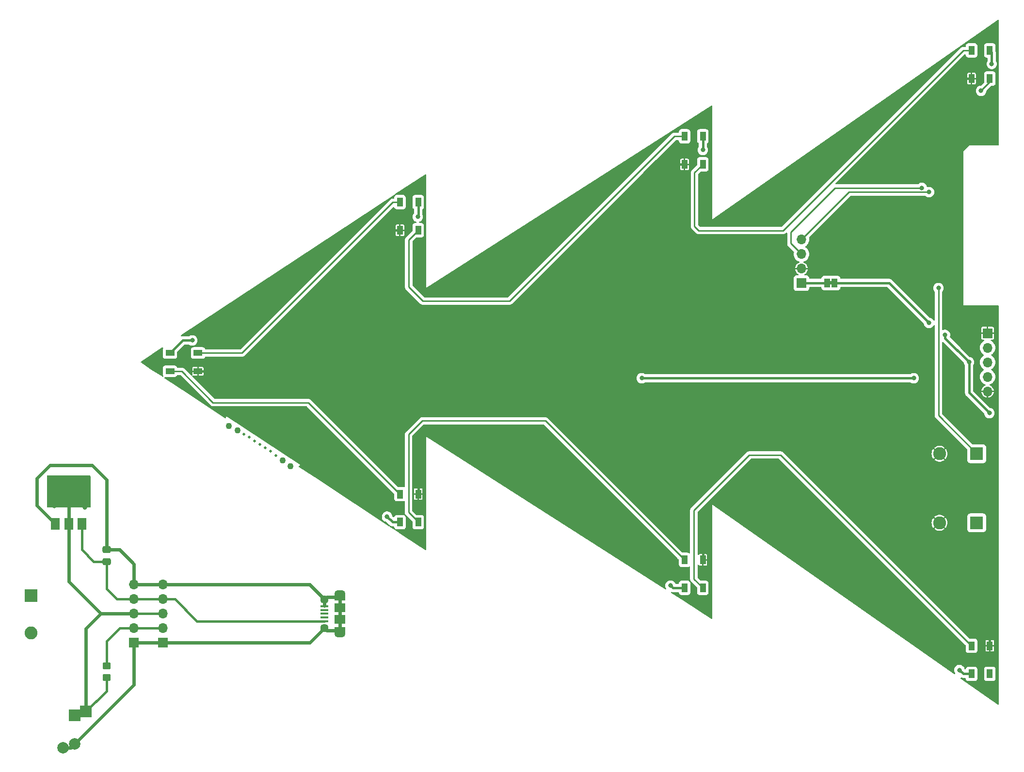
<source format=gbr>
%TF.GenerationSoftware,KiCad,Pcbnew,8.0.5*%
%TF.CreationDate,2024-12-06T23:01:49+01:00*%
%TF.ProjectId,xmasTree,786d6173-5472-4656-952e-6b696361645f,R2*%
%TF.SameCoordinates,Original*%
%TF.FileFunction,Copper,L1,Top*%
%TF.FilePolarity,Positive*%
%FSLAX46Y46*%
G04 Gerber Fmt 4.6, Leading zero omitted, Abs format (unit mm)*
G04 Created by KiCad (PCBNEW 8.0.5) date 2024-12-06 23:01:49*
%MOMM*%
%LPD*%
G01*
G04 APERTURE LIST*
G04 Aperture macros list*
%AMRoundRect*
0 Rectangle with rounded corners*
0 $1 Rounding radius*
0 $2 $3 $4 $5 $6 $7 $8 $9 X,Y pos of 4 corners*
0 Add a 4 corners polygon primitive as box body*
4,1,4,$2,$3,$4,$5,$6,$7,$8,$9,$2,$3,0*
0 Add four circle primitives for the rounded corners*
1,1,$1+$1,$2,$3*
1,1,$1+$1,$4,$5*
1,1,$1+$1,$6,$7*
1,1,$1+$1,$8,$9*
0 Add four rect primitives between the rounded corners*
20,1,$1+$1,$2,$3,$4,$5,0*
20,1,$1+$1,$4,$5,$6,$7,0*
20,1,$1+$1,$6,$7,$8,$9,0*
20,1,$1+$1,$8,$9,$2,$3,0*%
G04 Aperture macros list end*
%TA.AperFunction,EtchedComponent*%
%ADD10C,0.000000*%
%TD*%
%TA.AperFunction,ComponentPad*%
%ADD11R,2.250000X2.250000*%
%TD*%
%TA.AperFunction,ComponentPad*%
%ADD12C,2.250000*%
%TD*%
%TA.AperFunction,SMDPad,CuDef*%
%ADD13R,1.000000X1.500000*%
%TD*%
%TA.AperFunction,SMDPad,CuDef*%
%ADD14R,1.500000X1.000000*%
%TD*%
%TA.AperFunction,SMDPad,CuDef*%
%ADD15R,1.350000X0.400000*%
%TD*%
%TA.AperFunction,ComponentPad*%
%ADD16O,1.900000X1.200000*%
%TD*%
%TA.AperFunction,SMDPad,CuDef*%
%ADD17R,1.900000X1.200000*%
%TD*%
%TA.AperFunction,ComponentPad*%
%ADD18C,1.450000*%
%TD*%
%TA.AperFunction,SMDPad,CuDef*%
%ADD19R,1.900000X1.500000*%
%TD*%
%TA.AperFunction,ComponentPad*%
%ADD20R,2.000000X2.000000*%
%TD*%
%TA.AperFunction,ComponentPad*%
%ADD21C,2.000000*%
%TD*%
%TA.AperFunction,SMDPad,CuDef*%
%ADD22RoundRect,0.250000X0.475000X-0.337500X0.475000X0.337500X-0.475000X0.337500X-0.475000X-0.337500X0*%
%TD*%
%TA.AperFunction,ComponentPad*%
%ADD23R,1.700000X1.700000*%
%TD*%
%TA.AperFunction,ComponentPad*%
%ADD24O,1.700000X1.700000*%
%TD*%
%TA.AperFunction,SMDPad,CuDef*%
%ADD25RoundRect,0.250000X0.450000X-0.350000X0.450000X0.350000X-0.450000X0.350000X-0.450000X-0.350000X0*%
%TD*%
%TA.AperFunction,SMDPad,CuDef*%
%ADD26R,1.500000X2.000000*%
%TD*%
%TA.AperFunction,SMDPad,CuDef*%
%ADD27R,3.800000X2.000000*%
%TD*%
%TA.AperFunction,ViaPad*%
%ADD28C,0.800000*%
%TD*%
%TA.AperFunction,ViaPad*%
%ADD29C,2.032000*%
%TD*%
%TA.AperFunction,ViaPad*%
%ADD30C,0.500000*%
%TD*%
%TA.AperFunction,ViaPad*%
%ADD31C,1.100000*%
%TD*%
%TA.AperFunction,Conductor*%
%ADD32C,0.254000*%
%TD*%
%TA.AperFunction,Conductor*%
%ADD33C,0.406400*%
%TD*%
%TA.AperFunction,Conductor*%
%ADD34C,0.609600*%
%TD*%
G04 APERTURE END LIST*
D10*
%TA.AperFunction,EtchedComponent*%
%TO.C,JP1*%
G36*
X194575000Y-65705000D02*
G01*
X194075000Y-65705000D01*
X194075000Y-65105000D01*
X194575000Y-65105000D01*
X194575000Y-65705000D01*
G37*
%TD.AperFunction*%
%TD*%
D11*
%TO.P,S3,1,1*%
%TO.N,/MODES1*%
X54610000Y-120015000D03*
D12*
%TO.P,S3,2,2*%
%TO.N,GND1*%
X54610000Y-126515000D03*
%TD*%
D11*
%TO.P,S2,1,1*%
%TO.N,/00*%
X219785000Y-107315000D03*
D12*
%TO.P,S2,2,2*%
%TO.N,GND*%
X213285000Y-107315000D03*
%TD*%
%TO.P,S1,2,2*%
%TO.N,GND*%
X213285000Y-95250000D03*
D11*
%TO.P,S1,1,1*%
%TO.N,/EN*%
X219785000Y-95250000D03*
%TD*%
D13*
%TO.P,D1,1,VDD*%
%TO.N,+5V*%
X222072000Y-24798000D03*
%TO.P,D1,2,DOUT*%
%TO.N,Net-(D1-DOUT)*%
X218872000Y-24798000D03*
%TO.P,D1,3,VSS*%
%TO.N,GND*%
X218872000Y-29698000D03*
%TO.P,D1,4,DIN*%
%TO.N,/LED_H*%
X222072000Y-29698000D03*
%TD*%
%TO.P,D3,1,VDD*%
%TO.N,+5V*%
X122256000Y-51298000D03*
%TO.P,D3,2,DOUT*%
%TO.N,Net-(D3-DOUT)*%
X119056000Y-51298000D03*
%TO.P,D3,3,VSS*%
%TO.N,GND*%
X119056000Y-56198000D03*
%TO.P,D3,4,DIN*%
%TO.N,Net-(D2-DOUT)*%
X122256000Y-56198000D03*
%TD*%
D14*
%TO.P,D4,1,VDD*%
%TO.N,+5V*%
X78906000Y-77648000D03*
%TO.P,D4,2,DOUT*%
%TO.N,Net-(D4-DOUT)*%
X78906000Y-80848000D03*
%TO.P,D4,3,VSS*%
%TO.N,GND*%
X83806000Y-80848000D03*
%TO.P,D4,4,DIN*%
%TO.N,Net-(D3-DOUT)*%
X83806000Y-77648000D03*
%TD*%
D13*
%TO.P,D5,1,VDD*%
%TO.N,+5V*%
X119056000Y-107198000D03*
%TO.P,D5,2,DOUT*%
%TO.N,Net-(D5-DOUT)*%
X122256000Y-107198000D03*
%TO.P,D5,3,VSS*%
%TO.N,GND*%
X122256000Y-102298000D03*
%TO.P,D5,4,DIN*%
%TO.N,Net-(D4-DOUT)*%
X119056000Y-102298000D03*
%TD*%
%TO.P,D6,1,VDD*%
%TO.N,+5V*%
X168756000Y-118698000D03*
%TO.P,D6,2,DOUT*%
%TO.N,Net-(D6-DOUT)*%
X171956000Y-118698000D03*
%TO.P,D6,3,VSS*%
%TO.N,GND*%
X171956000Y-113798000D03*
%TO.P,D6,4,DIN*%
%TO.N,Net-(D5-DOUT)*%
X168756000Y-113798000D03*
%TD*%
%TO.P,D7,1,VDD*%
%TO.N,+5V*%
X218872000Y-133698000D03*
%TO.P,D7,2,DOUT*%
%TO.N,unconnected-(D7-DOUT-Pad2)*%
X222072000Y-133698000D03*
%TO.P,D7,3,VSS*%
%TO.N,GND*%
X222072000Y-128798000D03*
%TO.P,D7,4,DIN*%
%TO.N,Net-(D6-DOUT)*%
X218872000Y-128798000D03*
%TD*%
%TO.P,D2,1,VDD*%
%TO.N,+5V*%
X171956000Y-39798000D03*
%TO.P,D2,2,DOUT*%
%TO.N,Net-(D2-DOUT)*%
X168756000Y-39798000D03*
%TO.P,D2,3,VSS*%
%TO.N,GND*%
X168756000Y-44698000D03*
%TO.P,D2,4,DIN*%
%TO.N,Net-(D1-DOUT)*%
X171956000Y-44698000D03*
%TD*%
D15*
%TO.P,J1,1,VBUS*%
%TO.N,+5VA*%
X105885500Y-124490000D03*
%TO.P,J1,2,D-*%
%TO.N,unconnected-(J1-D--Pad2)*%
X105885500Y-123840000D03*
%TO.P,J1,3,D+*%
%TO.N,unconnected-(J1-D+-Pad3)*%
X105885500Y-123190000D03*
%TO.P,J1,4,ID*%
%TO.N,unconnected-(J1-ID-Pad4)*%
X105885500Y-122540000D03*
%TO.P,J1,5,GND*%
%TO.N,GND1*%
X105885500Y-121890000D03*
D16*
%TO.P,J1,6,Shield*%
X108585500Y-126690000D03*
D17*
X108585500Y-126090000D03*
D18*
X105885500Y-125690000D03*
D19*
X108585500Y-124190000D03*
X108585500Y-122190000D03*
D18*
X105885500Y-120690000D03*
D17*
X108585500Y-120290000D03*
D16*
X108585500Y-119690000D03*
%TD*%
D20*
%TO.P,C10,1*%
%TO.N,+3.3VA*%
X64230000Y-140297856D03*
X62230000Y-140970000D03*
D21*
%TO.P,C10,2*%
%TO.N,GND1*%
X62230000Y-145970000D03*
X60230000Y-146642144D03*
%TD*%
D22*
%TO.P,C9,1*%
%TO.N,+5VA*%
X67818000Y-114089000D03*
%TO.P,C9,2*%
%TO.N,GND1*%
X67818000Y-112014000D03*
%TD*%
D23*
%TO.P,J4,1,Pin_1*%
%TO.N,GND1*%
X77688000Y-128270000D03*
D24*
%TO.P,J4,2,Pin_2*%
%TO.N,/MODES1*%
X77688000Y-125730000D03*
%TO.P,J4,3,Pin_3*%
%TO.N,+3.3VA*%
X77688000Y-123190000D03*
%TO.P,J4,4,Pin_4*%
%TO.N,+5VA*%
X77688000Y-120650000D03*
%TO.P,J4,5,Pin_5*%
%TO.N,GND1*%
X77688000Y-118110000D03*
%TD*%
D23*
%TO.P,J2,1,Pin_1*%
%TO.N,GND1*%
X72608000Y-128270000D03*
D24*
%TO.P,J2,2,Pin_2*%
%TO.N,/MODES1*%
X72608000Y-125730000D03*
%TO.P,J2,3,Pin_3*%
%TO.N,+3.3VA*%
X72608000Y-123190000D03*
%TO.P,J2,4,Pin_4*%
%TO.N,+5VA*%
X72608000Y-120650000D03*
%TO.P,J2,5,Pin_5*%
%TO.N,GND1*%
X72608000Y-118110000D03*
%TD*%
D23*
%TO.P,J3,1,Pin_1*%
%TO.N,GND*%
X221670000Y-74189500D03*
D24*
%TO.P,J3,2,Pin_2*%
%TO.N,/MODES*%
X221670000Y-76729500D03*
%TO.P,J3,3,Pin_3*%
%TO.N,+3.3V*%
X221670000Y-79269500D03*
%TO.P,J3,4,Pin_4*%
%TO.N,+5V*%
X221670000Y-81809500D03*
%TO.P,J3,5,Pin_5*%
%TO.N,GND*%
X221670000Y-84349500D03*
%TD*%
D25*
%TO.P,R5,1*%
%TO.N,+3.3VA*%
X67818000Y-134350000D03*
%TO.P,R5,2*%
%TO.N,/MODES1*%
X67818000Y-132350000D03*
%TD*%
D26*
%TO.P,U1,1,GND*%
%TO.N,GND1*%
X58914000Y-107544000D03*
%TO.P,U1,2,VO*%
%TO.N,+3.3VA*%
X61214000Y-107544000D03*
D27*
X61214000Y-101244000D03*
D26*
%TO.P,U1,3,VI*%
%TO.N,+5VA*%
X63514000Y-107544000D03*
%TD*%
D13*
%TO.P,JP1,1,A*%
%TO.N,+3.3V*%
X194975000Y-65405000D03*
%TO.P,JP1,2,B*%
%TO.N,Net-(J5-Pin_1)*%
X193675000Y-65405000D03*
%TD*%
D23*
%TO.P,J5,1,Pin_1*%
%TO.N,Net-(J5-Pin_1)*%
X189185000Y-65445000D03*
D24*
%TO.P,J5,2,Pin_2*%
%TO.N,GND*%
X189185000Y-62905000D03*
%TO.P,J5,3,Pin_3*%
%TO.N,/RX*%
X189185000Y-60365000D03*
%TO.P,J5,4,Pin_4*%
%TO.N,/TX*%
X189185000Y-57825000D03*
%TD*%
D28*
%TO.N,+5V*%
X161290000Y-82042000D03*
X208788000Y-82042000D03*
X171958000Y-42164000D03*
X122174000Y-53848000D03*
X82804000Y-75438000D03*
X222402400Y-27152600D03*
X166319200Y-118287800D03*
X216763600Y-133045200D03*
X116814600Y-106248200D03*
%TO.N,+3.3V*%
X221996000Y-88138000D03*
X214250000Y-74500000D03*
X218440000Y-79248000D03*
X211455000Y-72390000D03*
%TO.N,GND*%
X190500000Y-109728000D03*
X137668000Y-80010000D03*
X180594000Y-90932000D03*
X114046000Y-80010000D03*
X215900000Y-61722000D03*
X216154000Y-66040000D03*
X155092400Y-76454000D03*
X105435400Y-91846400D03*
X157226000Y-96774000D03*
X157480000Y-59690000D03*
X153924000Y-80010000D03*
X134620000Y-93980000D03*
X105918000Y-66294000D03*
X215646000Y-44450000D03*
X134112000Y-64008000D03*
X215138000Y-49022000D03*
X195834000Y-61214000D03*
X200406000Y-61214000D03*
D29*
X208280000Y-56388000D03*
D30*
X95554800Y-94208600D03*
D28*
X122529600Y-100228400D03*
X166192200Y-44170600D03*
D31*
X98628200Y-96443800D03*
D30*
X94640400Y-93599000D03*
D28*
X116586000Y-55880000D03*
X172466000Y-111582200D03*
D31*
X90703400Y-91186000D03*
D28*
X86258400Y-79806800D03*
D31*
X89179400Y-90373200D03*
D28*
X216611200Y-28752800D03*
D30*
X92735400Y-92379800D03*
D31*
X99923600Y-97434400D03*
D28*
X222377000Y-126644400D03*
D30*
X96469200Y-94843600D03*
X93675200Y-92989400D03*
X97434400Y-95529400D03*
X91821000Y-91846400D03*
D28*
%TO.N,/LED_H*%
X220548200Y-31851600D03*
%TO.N,/TX*%
X211455000Y-49530000D03*
%TO.N,/RX*%
X210185000Y-48803000D03*
%TO.N,/EN*%
X213106000Y-66294000D03*
%TO.N,+3.3VA*%
X58674000Y-104394000D03*
X58420000Y-101346000D03*
X64008000Y-104648000D03*
X64008000Y-101346000D03*
%TD*%
D32*
%TO.N,/EN*%
X213106000Y-66294000D02*
X213106000Y-88571000D01*
X213106000Y-88571000D02*
X219785000Y-95250000D01*
D33*
%TO.N,+5V*%
X208788000Y-82042000D02*
X161290000Y-82042000D01*
X218872000Y-133698000D02*
X217416400Y-133698000D01*
X171956000Y-39798000D02*
X171956000Y-42162000D01*
X81116000Y-75438000D02*
X78906000Y-77648000D01*
X117764400Y-107198000D02*
X116814600Y-106248200D01*
X217416400Y-133698000D02*
X216763600Y-133045200D01*
X222402400Y-25128400D02*
X222072000Y-24798000D01*
X171956000Y-42162000D02*
X171958000Y-42164000D01*
X166729400Y-118698000D02*
X166319200Y-118287800D01*
X122256000Y-53766000D02*
X122174000Y-53848000D01*
X122256000Y-51298000D02*
X122256000Y-53766000D01*
X119056000Y-107198000D02*
X117764400Y-107198000D01*
X168756000Y-118698000D02*
X166729400Y-118698000D01*
X222402400Y-27152600D02*
X222402400Y-25128400D01*
X82804000Y-75438000D02*
X81116000Y-75438000D01*
%TO.N,+3.3V*%
X218440000Y-84582000D02*
X221996000Y-88138000D01*
X218440000Y-79248000D02*
X218440000Y-84582000D01*
X218440000Y-79248000D02*
X214250000Y-75058000D01*
X204470000Y-65405000D02*
X194975000Y-65405000D01*
X211455000Y-72390000D02*
X204470000Y-65405000D01*
X214250000Y-75058000D02*
X214250000Y-74500000D01*
%TO.N,GND*%
X168756000Y-44698000D02*
X166719600Y-44698000D01*
X217556400Y-29698000D02*
X216611200Y-28752800D01*
X171956000Y-112092200D02*
X172466000Y-111582200D01*
X119056000Y-56198000D02*
X116904000Y-56198000D01*
X222072000Y-126949400D02*
X222377000Y-126644400D01*
X222072000Y-128798000D02*
X222072000Y-126949400D01*
X85217200Y-80848000D02*
X86258400Y-79806800D01*
X171956000Y-113798000D02*
X171956000Y-112092200D01*
X218872000Y-29698000D02*
X217556400Y-29698000D01*
X122256000Y-102298000D02*
X122256000Y-100502000D01*
X166719600Y-44698000D02*
X166192200Y-44170600D01*
X83806000Y-80848000D02*
X85217200Y-80848000D01*
X116904000Y-56198000D02*
X116586000Y-55880000D01*
X122256000Y-100502000D02*
X122529600Y-100228400D01*
D32*
%TO.N,/LED_H*%
X222072000Y-29698000D02*
X222072000Y-30327800D01*
X222072000Y-30327800D02*
X220548200Y-31851600D01*
%TO.N,Net-(D1-DOUT)*%
X170510200Y-55524400D02*
X170510200Y-46143800D01*
X170510200Y-46143800D02*
X171956000Y-44698000D01*
X171246800Y-56261000D02*
X170510200Y-55524400D01*
X217416400Y-24798000D02*
X185953400Y-56261000D01*
X185953400Y-56261000D02*
X171246800Y-56261000D01*
X218872000Y-24798000D02*
X217416400Y-24798000D01*
%TO.N,Net-(D2-DOUT)*%
X120599200Y-57854800D02*
X122256000Y-56198000D01*
X138201400Y-68580000D02*
X123063000Y-68580000D01*
X168756000Y-39798000D02*
X166983400Y-39798000D01*
X123063000Y-68580000D02*
X120599200Y-66116200D01*
X120599200Y-66116200D02*
X120599200Y-57854800D01*
X166983400Y-39798000D02*
X138201400Y-68580000D01*
%TO.N,Net-(D3-DOUT)*%
X91490600Y-77648000D02*
X83806000Y-77648000D01*
X119056000Y-51298000D02*
X117840600Y-51298000D01*
X117840600Y-51298000D02*
X91490600Y-77648000D01*
%TO.N,Net-(D4-DOUT)*%
X80975000Y-80848000D02*
X86436200Y-86309200D01*
X86436200Y-86309200D02*
X103067200Y-86309200D01*
X78906000Y-80848000D02*
X80975000Y-80848000D01*
X103067200Y-86309200D02*
X119056000Y-102298000D01*
%TO.N,Net-(D5-DOUT)*%
X120573800Y-91871800D02*
X122936000Y-89509600D01*
X122256000Y-107193800D02*
X120573800Y-105511600D01*
X144467600Y-89509600D02*
X168756000Y-113798000D01*
X122256000Y-107198000D02*
X122256000Y-107193800D01*
X120573800Y-105511600D02*
X120573800Y-91871800D01*
X122936000Y-89509600D02*
X144467600Y-89509600D01*
%TO.N,/TX*%
X189185000Y-57825000D02*
X197480000Y-49530000D01*
X197480000Y-49530000D02*
X211455000Y-49530000D01*
%TO.N,/RX*%
X189185000Y-60365000D02*
X187325000Y-58505000D01*
X187325000Y-58420000D02*
X187325000Y-56515000D01*
X187325000Y-58505000D02*
X187325000Y-58420000D01*
X195037000Y-48803000D02*
X210185000Y-48803000D01*
X187325000Y-56515000D02*
X195037000Y-48803000D01*
%TO.N,Net-(D6-DOUT)*%
X170383200Y-105130600D02*
X180035200Y-95478600D01*
X171956000Y-118698000D02*
X170383200Y-117125200D01*
X170383200Y-117125200D02*
X170383200Y-105130600D01*
X185552600Y-95478600D02*
X218872000Y-128798000D01*
X180035200Y-95478600D02*
X185552600Y-95478600D01*
D34*
%TO.N,GND1*%
X57912000Y-97282000D02*
X55626000Y-99568000D01*
X108585500Y-120290000D02*
X106285500Y-120290000D01*
X55626000Y-99568000D02*
X55626000Y-104256000D01*
X103305500Y-128270000D02*
X105885500Y-125690000D01*
X77688000Y-128270000D02*
X72608000Y-128270000D01*
X55626000Y-104256000D02*
X58914000Y-107544000D01*
X108585500Y-122190000D02*
X108585500Y-120290000D01*
X103305500Y-118110000D02*
X105885500Y-120690000D01*
X67818000Y-99822000D02*
X65278000Y-97282000D01*
X72608000Y-135592000D02*
X72608000Y-128270000D01*
X60230000Y-146642144D02*
X61557856Y-146642144D01*
X77688000Y-118110000D02*
X72608000Y-118110000D01*
X72608000Y-114518000D02*
X70104000Y-112014000D01*
X72608000Y-118110000D02*
X72608000Y-114518000D01*
X62230000Y-145970000D02*
X72608000Y-135592000D01*
X70104000Y-112014000D02*
X67818000Y-112014000D01*
X108585500Y-124190000D02*
X108585500Y-122190000D01*
X77688000Y-128270000D02*
X103305500Y-128270000D01*
X67818000Y-112014000D02*
X67818000Y-99822000D01*
X105885500Y-120690000D02*
X105885500Y-121835199D01*
X77688000Y-118110000D02*
X103305500Y-118110000D01*
X61557856Y-146642144D02*
X62230000Y-145970000D01*
X108585500Y-126090000D02*
X108585500Y-124190000D01*
X65278000Y-97282000D02*
X57912000Y-97282000D01*
X106285500Y-120290000D02*
X105885500Y-120690000D01*
X108585500Y-126090000D02*
X106285500Y-126090000D01*
X106285500Y-126090000D02*
X105885500Y-125690000D01*
D33*
%TO.N,+5VA*%
X79756000Y-120650000D02*
X77688000Y-120650000D01*
X105885500Y-124490000D02*
X83596000Y-124490000D01*
X83596000Y-124490000D02*
X79756000Y-120650000D01*
X67818000Y-114089000D02*
X65575000Y-114089000D01*
X67818000Y-118872000D02*
X67818000Y-114089000D01*
X72608000Y-120650000D02*
X69596000Y-120650000D01*
X77688000Y-120650000D02*
X72608000Y-120650000D01*
X69596000Y-120650000D02*
X67818000Y-118872000D01*
X63514000Y-112028000D02*
X63514000Y-107544000D01*
X65575000Y-114089000D02*
X63514000Y-112028000D01*
%TO.N,+3.3VA*%
X67818000Y-136709856D02*
X64230000Y-140297856D01*
D34*
X61214000Y-101244000D02*
X61214000Y-107544000D01*
X72608000Y-123190000D02*
X66802000Y-123190000D01*
X66802000Y-123190000D02*
X61214000Y-117602000D01*
X62902144Y-140297856D02*
X62230000Y-140970000D01*
X64230000Y-140297856D02*
X64230000Y-125762000D01*
X64230000Y-140297856D02*
X62902144Y-140297856D01*
X64230000Y-125762000D02*
X66802000Y-123190000D01*
D33*
X77688000Y-123190000D02*
X72608000Y-123190000D01*
D34*
X61214000Y-117602000D02*
X61214000Y-107544000D01*
D33*
X67818000Y-134350000D02*
X67818000Y-136709856D01*
%TO.N,/MODES1*%
X77688000Y-125730000D02*
X72608000Y-125730000D01*
X70104000Y-125730000D02*
X67818000Y-128016000D01*
X67818000Y-128016000D02*
X67818000Y-132350000D01*
X72608000Y-125730000D02*
X70104000Y-125730000D01*
%TO.N,Net-(J5-Pin_1)*%
X193675000Y-65405000D02*
X189225000Y-65405000D01*
X189225000Y-65405000D02*
X189185000Y-65445000D01*
%TD*%
%TA.AperFunction,Conductor*%
%TO.N,GND*%
G36*
X223573365Y-19428255D02*
G01*
X223621171Y-19479209D01*
X223634500Y-19535138D01*
X223634500Y-41278000D01*
X223614815Y-41345039D01*
X223562011Y-41390794D01*
X223510500Y-41402000D01*
X218439999Y-41402000D01*
X217424000Y-42417999D01*
X217424000Y-42418000D01*
X217424000Y-69342000D01*
X223510500Y-69342000D01*
X223577539Y-69361685D01*
X223623294Y-69414489D01*
X223634500Y-69466000D01*
X223634500Y-138960860D01*
X223614815Y-139027899D01*
X223562011Y-139073654D01*
X223492853Y-139083598D01*
X223439391Y-139062445D01*
X217021850Y-134570167D01*
X216978217Y-134515596D01*
X216971014Y-134446099D01*
X217002528Y-134383739D01*
X217062753Y-134348317D01*
X217132568Y-134351078D01*
X217140410Y-134354020D01*
X217208805Y-134382351D01*
X217346299Y-134409700D01*
X217346303Y-134409701D01*
X217346304Y-134409701D01*
X217492610Y-134409701D01*
X217492630Y-134409700D01*
X217742770Y-134409700D01*
X217809809Y-134429385D01*
X217855564Y-134482189D01*
X217866059Y-134520444D01*
X217870011Y-134557202D01*
X217870011Y-134557204D01*
X217921111Y-134694204D01*
X218008739Y-134811261D01*
X218125796Y-134898889D01*
X218262799Y-134949989D01*
X218290050Y-134952918D01*
X218323345Y-134956499D01*
X218323362Y-134956500D01*
X219420638Y-134956500D01*
X219420654Y-134956499D01*
X219447692Y-134953591D01*
X219481201Y-134949989D01*
X219618204Y-134898889D01*
X219735261Y-134811261D01*
X219822889Y-134694204D01*
X219873989Y-134557201D01*
X219878462Y-134515596D01*
X219880499Y-134496654D01*
X219880500Y-134496637D01*
X219880500Y-132899362D01*
X219880499Y-132899345D01*
X221063500Y-132899345D01*
X221063500Y-134496654D01*
X221070011Y-134557202D01*
X221070011Y-134557204D01*
X221121111Y-134694204D01*
X221208739Y-134811261D01*
X221325796Y-134898889D01*
X221462799Y-134949989D01*
X221490050Y-134952918D01*
X221523345Y-134956499D01*
X221523362Y-134956500D01*
X222620638Y-134956500D01*
X222620654Y-134956499D01*
X222647692Y-134953591D01*
X222681201Y-134949989D01*
X222818204Y-134898889D01*
X222935261Y-134811261D01*
X223022889Y-134694204D01*
X223073989Y-134557201D01*
X223078462Y-134515596D01*
X223080499Y-134496654D01*
X223080500Y-134496637D01*
X223080500Y-132899362D01*
X223080499Y-132899345D01*
X223075760Y-132855272D01*
X223073989Y-132838799D01*
X223022889Y-132701796D01*
X222935261Y-132584739D01*
X222818204Y-132497111D01*
X222681203Y-132446011D01*
X222620654Y-132439500D01*
X222620638Y-132439500D01*
X221523362Y-132439500D01*
X221523345Y-132439500D01*
X221462797Y-132446011D01*
X221462795Y-132446011D01*
X221325795Y-132497111D01*
X221208739Y-132584739D01*
X221121111Y-132701795D01*
X221070011Y-132838795D01*
X221070011Y-132838797D01*
X221063500Y-132899345D01*
X219880499Y-132899345D01*
X219875760Y-132855272D01*
X219873989Y-132838799D01*
X219822889Y-132701796D01*
X219735261Y-132584739D01*
X219618204Y-132497111D01*
X219481203Y-132446011D01*
X219420654Y-132439500D01*
X219420638Y-132439500D01*
X218323362Y-132439500D01*
X218323345Y-132439500D01*
X218262797Y-132446011D01*
X218262795Y-132446011D01*
X218125795Y-132497111D01*
X218008739Y-132584739D01*
X217921111Y-132701795D01*
X217877632Y-132818364D01*
X217835760Y-132874297D01*
X217770296Y-132898713D01*
X217702023Y-132883861D01*
X217652618Y-132834455D01*
X217643520Y-132813347D01*
X217598129Y-132673650D01*
X217598128Y-132673649D01*
X217598127Y-132673644D01*
X217502640Y-132508256D01*
X217374853Y-132366334D01*
X217220352Y-132254082D01*
X217045888Y-132176406D01*
X217045886Y-132176405D01*
X216859087Y-132136700D01*
X216668113Y-132136700D01*
X216481314Y-132176405D01*
X216306846Y-132254083D01*
X216152345Y-132366335D01*
X216024559Y-132508257D01*
X215929073Y-132673643D01*
X215929070Y-132673650D01*
X215870059Y-132855268D01*
X215870058Y-132855272D01*
X215850096Y-133045200D01*
X215870058Y-133235128D01*
X215870059Y-133235131D01*
X215929070Y-133416749D01*
X215929073Y-133416756D01*
X216025904Y-133584472D01*
X216042377Y-133652372D01*
X216019524Y-133718399D01*
X215964603Y-133761590D01*
X215895050Y-133768231D01*
X215847408Y-133748057D01*
X173685343Y-104234613D01*
X173668795Y-104220729D01*
X173668436Y-104220616D01*
X173646928Y-104222498D01*
X173646604Y-104222667D01*
X173632728Y-104239207D01*
X173632615Y-104239564D01*
X173634500Y-104261084D01*
X173634500Y-123974822D01*
X173614815Y-124041861D01*
X173562011Y-124087616D01*
X173492853Y-124097560D01*
X173443657Y-124079264D01*
X168483880Y-120905007D01*
X166470200Y-119616252D01*
X166424347Y-119563535D01*
X166414273Y-119494395D01*
X166443178Y-119430785D01*
X166501885Y-119392900D01*
X166561236Y-119390194D01*
X166659301Y-119409701D01*
X166659304Y-119409701D01*
X166805610Y-119409701D01*
X166805630Y-119409700D01*
X167626770Y-119409700D01*
X167693809Y-119429385D01*
X167739564Y-119482189D01*
X167750059Y-119520444D01*
X167754011Y-119557202D01*
X167754011Y-119557204D01*
X167805111Y-119694204D01*
X167892739Y-119811261D01*
X168009796Y-119898889D01*
X168146799Y-119949989D01*
X168174050Y-119952918D01*
X168207345Y-119956499D01*
X168207362Y-119956500D01*
X169304638Y-119956500D01*
X169304654Y-119956499D01*
X169331692Y-119953591D01*
X169365201Y-119949989D01*
X169502204Y-119898889D01*
X169619261Y-119811261D01*
X169706889Y-119694204D01*
X169757989Y-119557201D01*
X169761941Y-119520444D01*
X169764499Y-119496654D01*
X169764500Y-119496637D01*
X169764500Y-117899362D01*
X169764499Y-117899345D01*
X169761157Y-117868270D01*
X169757989Y-117838799D01*
X169706889Y-117701796D01*
X169619261Y-117584739D01*
X169502204Y-117497111D01*
X169365203Y-117446011D01*
X169304654Y-117439500D01*
X169304638Y-117439500D01*
X168207362Y-117439500D01*
X168207345Y-117439500D01*
X168146797Y-117446011D01*
X168146795Y-117446011D01*
X168009795Y-117497111D01*
X167892739Y-117584739D01*
X167805111Y-117701795D01*
X167754011Y-117838795D01*
X167754011Y-117838797D01*
X167750059Y-117875556D01*
X167723321Y-117940107D01*
X167665929Y-117979955D01*
X167626770Y-117986300D01*
X167265444Y-117986300D01*
X167198405Y-117966615D01*
X167158748Y-117920848D01*
X167156976Y-117921872D01*
X167143970Y-117899345D01*
X167058240Y-117750856D01*
X166930453Y-117608934D01*
X166775952Y-117496682D01*
X166601488Y-117419006D01*
X166601486Y-117419005D01*
X166414687Y-117379300D01*
X166223713Y-117379300D01*
X166036914Y-117419005D01*
X166020691Y-117426228D01*
X165903805Y-117478269D01*
X165862446Y-117496683D01*
X165707945Y-117608935D01*
X165580159Y-117750857D01*
X165484673Y-117916243D01*
X165484670Y-117916250D01*
X165425659Y-118097868D01*
X165425658Y-118097872D01*
X165405696Y-118287800D01*
X165425658Y-118477728D01*
X165425659Y-118477731D01*
X165484670Y-118659349D01*
X165484673Y-118659356D01*
X165528819Y-118735819D01*
X165545292Y-118803719D01*
X165522439Y-118869746D01*
X165467518Y-118912937D01*
X165397965Y-118919578D01*
X165354589Y-118902261D01*
X123687398Y-92235259D01*
X123672568Y-92223330D01*
X123671910Y-92223058D01*
X123667908Y-92220969D01*
X123663402Y-92220571D01*
X123662709Y-92220447D01*
X123651441Y-92221669D01*
X123650767Y-92221949D01*
X123646481Y-92223295D01*
X123643031Y-92226184D01*
X123642438Y-92226597D01*
X123635326Y-92235439D01*
X123635059Y-92236086D01*
X123632969Y-92240089D01*
X123632571Y-92244596D01*
X123632447Y-92245288D01*
X123634500Y-92264212D01*
X123634500Y-111970363D01*
X123614815Y-112037402D01*
X123562011Y-112083157D01*
X123492853Y-112093101D01*
X123442245Y-112073887D01*
X119613278Y-109549384D01*
X118205857Y-108621447D01*
X118161399Y-108568909D01*
X118128305Y-108566543D01*
X118103384Y-108553885D01*
X117372583Y-108072055D01*
X117327449Y-108018719D01*
X117321036Y-107970087D01*
X117320593Y-107970087D01*
X117320593Y-107970086D01*
X117320898Y-107969044D01*
X117318315Y-107949449D01*
X117348081Y-107886238D01*
X117389904Y-107860045D01*
X117393082Y-107857292D01*
X117394664Y-107857064D01*
X117407297Y-107849153D01*
X117446494Y-107849611D01*
X117462240Y-107847348D01*
X117471561Y-107849905D01*
X117477162Y-107849971D01*
X117488304Y-107853976D01*
X117492044Y-107855525D01*
X117556805Y-107882351D01*
X117635202Y-107897945D01*
X117694299Y-107909700D01*
X117694303Y-107909701D01*
X117694304Y-107909701D01*
X117840610Y-107909701D01*
X117840630Y-107909700D01*
X117926770Y-107909700D01*
X117993809Y-107929385D01*
X118039564Y-107982189D01*
X118050059Y-108020444D01*
X118054011Y-108057202D01*
X118054011Y-108057204D01*
X118094184Y-108164908D01*
X118105111Y-108194204D01*
X118192739Y-108311261D01*
X118245950Y-108351094D01*
X118281833Y-108399029D01*
X118310437Y-108399364D01*
X118317445Y-108401742D01*
X118446799Y-108449989D01*
X118474050Y-108452918D01*
X118507345Y-108456499D01*
X118507362Y-108456500D01*
X119604638Y-108456500D01*
X119604654Y-108456499D01*
X119631692Y-108453591D01*
X119665201Y-108449989D01*
X119802204Y-108398889D01*
X119919261Y-108311261D01*
X120006889Y-108194204D01*
X120057989Y-108057201D01*
X120062126Y-108018719D01*
X120064499Y-107996654D01*
X120064500Y-107996637D01*
X120064500Y-106399362D01*
X120064499Y-106399345D01*
X120060649Y-106363544D01*
X120057989Y-106338799D01*
X120053651Y-106327169D01*
X120006888Y-106201793D01*
X120006887Y-106201792D01*
X119978800Y-106164273D01*
X119954382Y-106098809D01*
X119958141Y-106081526D01*
X119944938Y-106083666D01*
X119886080Y-106059900D01*
X119802204Y-105997111D01*
X119665203Y-105946011D01*
X119604654Y-105939500D01*
X119604638Y-105939500D01*
X118507362Y-105939500D01*
X118507345Y-105939500D01*
X118446797Y-105946011D01*
X118446795Y-105946011D01*
X118309795Y-105997111D01*
X118192739Y-106084739D01*
X118105111Y-106201794D01*
X118082777Y-106261674D01*
X118040905Y-106317606D01*
X117975440Y-106342022D01*
X117907167Y-106327169D01*
X117878915Y-106306019D01*
X117748232Y-106175336D01*
X117714747Y-106114013D01*
X117712592Y-106100614D01*
X117711803Y-106093111D01*
X117708142Y-106058272D01*
X117649127Y-105876644D01*
X117553640Y-105711256D01*
X117425853Y-105569334D01*
X117271352Y-105457082D01*
X117096888Y-105379406D01*
X117096886Y-105379405D01*
X116910087Y-105339700D01*
X116719113Y-105339700D01*
X116532314Y-105379405D01*
X116532312Y-105379406D01*
X116375981Y-105449009D01*
X116357846Y-105457083D01*
X116203345Y-105569335D01*
X116075559Y-105711257D01*
X115980073Y-105876643D01*
X115980070Y-105876650D01*
X115921059Y-106058268D01*
X115921058Y-106058272D01*
X115901096Y-106248200D01*
X115921058Y-106438128D01*
X115921059Y-106438131D01*
X115980070Y-106619749D01*
X115980073Y-106619756D01*
X116075560Y-106785144D01*
X116203347Y-106927066D01*
X116357848Y-107039318D01*
X116532312Y-107116994D01*
X116679999Y-107148385D01*
X116741480Y-107181577D01*
X116741898Y-107181994D01*
X117208460Y-107648556D01*
X117208489Y-107648587D01*
X117270899Y-107710997D01*
X117304384Y-107772320D01*
X117299400Y-107842012D01*
X117257528Y-107897945D01*
X117192064Y-107922362D01*
X117123791Y-107907510D01*
X117114963Y-107902202D01*
X104741543Y-99744196D01*
X101461351Y-97581509D01*
X101416218Y-97528174D01*
X101407084Y-97458904D01*
X101436850Y-97395693D01*
X101650800Y-97155000D01*
X101650799Y-97154999D01*
X88798400Y-88696799D01*
X88705479Y-88975560D01*
X88665604Y-89032934D01*
X88601041Y-89059643D01*
X88532287Y-89047206D01*
X88519464Y-89039790D01*
X88509092Y-89032934D01*
X82180308Y-84849500D01*
X77989558Y-82079343D01*
X77944487Y-82025954D01*
X77935436Y-81956673D01*
X77965277Y-81893497D01*
X78024537Y-81856483D01*
X78071190Y-81852611D01*
X78107362Y-81856500D01*
X79704638Y-81856500D01*
X79704654Y-81856499D01*
X79731692Y-81853591D01*
X79765201Y-81849989D01*
X79902204Y-81798889D01*
X80019261Y-81711261D01*
X80106889Y-81594204D01*
X80118093Y-81564166D01*
X80159964Y-81508232D01*
X80225429Y-81483816D01*
X80234274Y-81483500D01*
X80660405Y-81483500D01*
X80727444Y-81503185D01*
X80748086Y-81519819D01*
X85942575Y-86714308D01*
X86031092Y-86802825D01*
X86031093Y-86802826D01*
X86135171Y-86872369D01*
X86135184Y-86872376D01*
X86250826Y-86920276D01*
X86250831Y-86920278D01*
X86373604Y-86944699D01*
X86373608Y-86944700D01*
X86373609Y-86944700D01*
X102752605Y-86944700D01*
X102819644Y-86964385D01*
X102840286Y-86981019D01*
X118011181Y-102151914D01*
X118044666Y-102213237D01*
X118047500Y-102239595D01*
X118047500Y-103096654D01*
X118054011Y-103157202D01*
X118054011Y-103157204D01*
X118102521Y-103287261D01*
X118105111Y-103294204D01*
X118192739Y-103411261D01*
X118309796Y-103498889D01*
X118446799Y-103549989D01*
X118474050Y-103552918D01*
X118507345Y-103556499D01*
X118507362Y-103556500D01*
X119604638Y-103556500D01*
X119604654Y-103556499D01*
X119631692Y-103553591D01*
X119665201Y-103549989D01*
X119770967Y-103510539D01*
X119840656Y-103505554D01*
X119901980Y-103539038D01*
X119935466Y-103600361D01*
X119938300Y-103626721D01*
X119938300Y-105574195D01*
X119962720Y-105696961D01*
X119962723Y-105696973D01*
X120010623Y-105812615D01*
X120010630Y-105812628D01*
X120063493Y-105891742D01*
X120084371Y-105958419D01*
X120081917Y-105967364D01*
X120086911Y-105966278D01*
X120152376Y-105990694D01*
X120165747Y-106002281D01*
X121211181Y-107047714D01*
X121244666Y-107109037D01*
X121247500Y-107135395D01*
X121247500Y-107996654D01*
X121254011Y-108057202D01*
X121254011Y-108057204D01*
X121294184Y-108164908D01*
X121305111Y-108194204D01*
X121392739Y-108311261D01*
X121509796Y-108398889D01*
X121646799Y-108449989D01*
X121674050Y-108452918D01*
X121707345Y-108456499D01*
X121707362Y-108456500D01*
X122804638Y-108456500D01*
X122804654Y-108456499D01*
X122831692Y-108453591D01*
X122865201Y-108449989D01*
X123002204Y-108398889D01*
X123119261Y-108311261D01*
X123206889Y-108194204D01*
X123257989Y-108057201D01*
X123262126Y-108018719D01*
X123264499Y-107996654D01*
X123264500Y-107996637D01*
X123264500Y-106399362D01*
X123264499Y-106399345D01*
X123260649Y-106363544D01*
X123257989Y-106338799D01*
X123253651Y-106327169D01*
X123235522Y-106278564D01*
X123206889Y-106201796D01*
X123119261Y-106084739D01*
X123002204Y-105997111D01*
X122985000Y-105990694D01*
X122865203Y-105946011D01*
X122804654Y-105939500D01*
X122804638Y-105939500D01*
X121951795Y-105939500D01*
X121884756Y-105919815D01*
X121864114Y-105903181D01*
X121245619Y-105284686D01*
X121212134Y-105223363D01*
X121209300Y-105197005D01*
X121209300Y-103073014D01*
X121502001Y-103073014D01*
X121516737Y-103147106D01*
X121516738Y-103147109D01*
X121572876Y-103231123D01*
X121656895Y-103287263D01*
X121656896Y-103287264D01*
X121730980Y-103301999D01*
X122128999Y-103301999D01*
X122383000Y-103301999D01*
X122781015Y-103301999D01*
X122855106Y-103287262D01*
X122855109Y-103287261D01*
X122939123Y-103231123D01*
X122995263Y-103147104D01*
X122995264Y-103147103D01*
X123009999Y-103073021D01*
X123010000Y-103073018D01*
X123010000Y-102425000D01*
X122383000Y-102425000D01*
X122383000Y-103301999D01*
X122128999Y-103301999D01*
X122129000Y-103301998D01*
X122129000Y-102425000D01*
X121502001Y-102425000D01*
X121502001Y-103073014D01*
X121209300Y-103073014D01*
X121209300Y-101522978D01*
X121502000Y-101522978D01*
X121502000Y-102171000D01*
X122129000Y-102171000D01*
X122383000Y-102171000D01*
X123009999Y-102171000D01*
X123009999Y-101522985D01*
X122995262Y-101448893D01*
X122995261Y-101448890D01*
X122939123Y-101364876D01*
X122855104Y-101308736D01*
X122855103Y-101308735D01*
X122781021Y-101294000D01*
X122383000Y-101294000D01*
X122383000Y-102171000D01*
X122129000Y-102171000D01*
X122129000Y-101294000D01*
X121730985Y-101294000D01*
X121656893Y-101308737D01*
X121656890Y-101308738D01*
X121572876Y-101364876D01*
X121516736Y-101448895D01*
X121516735Y-101448896D01*
X121502000Y-101522978D01*
X121209300Y-101522978D01*
X121209300Y-92186395D01*
X121228985Y-92119356D01*
X121245619Y-92098714D01*
X123162914Y-90181419D01*
X123224237Y-90147934D01*
X123250595Y-90145100D01*
X144153005Y-90145100D01*
X144220044Y-90164785D01*
X144240686Y-90181419D01*
X167711181Y-113651914D01*
X167744666Y-113713237D01*
X167747500Y-113739595D01*
X167747500Y-114596654D01*
X167754011Y-114657202D01*
X167754011Y-114657204D01*
X167802521Y-114787261D01*
X167805111Y-114794204D01*
X167892739Y-114911261D01*
X168009796Y-114998889D01*
X168146799Y-115049989D01*
X168174050Y-115052918D01*
X168207345Y-115056499D01*
X168207362Y-115056500D01*
X169304638Y-115056500D01*
X169304654Y-115056499D01*
X169331692Y-115053591D01*
X169365201Y-115049989D01*
X169502204Y-114998889D01*
X169502204Y-114998888D01*
X169502206Y-114998888D01*
X169502207Y-114998887D01*
X169549389Y-114963567D01*
X169614853Y-114939149D01*
X169683126Y-114954000D01*
X169732532Y-115003405D01*
X169747700Y-115062833D01*
X169747700Y-117187795D01*
X169772120Y-117310561D01*
X169772123Y-117310573D01*
X169820023Y-117426215D01*
X169820030Y-117426228D01*
X169889574Y-117530307D01*
X169889577Y-117530311D01*
X170911181Y-118551914D01*
X170944666Y-118613237D01*
X170947500Y-118639595D01*
X170947500Y-119496654D01*
X170954011Y-119557202D01*
X170954011Y-119557204D01*
X171005111Y-119694204D01*
X171092739Y-119811261D01*
X171209796Y-119898889D01*
X171346799Y-119949989D01*
X171374050Y-119952918D01*
X171407345Y-119956499D01*
X171407362Y-119956500D01*
X172504638Y-119956500D01*
X172504654Y-119956499D01*
X172531692Y-119953591D01*
X172565201Y-119949989D01*
X172702204Y-119898889D01*
X172819261Y-119811261D01*
X172906889Y-119694204D01*
X172957989Y-119557201D01*
X172961941Y-119520444D01*
X172964499Y-119496654D01*
X172964500Y-119496637D01*
X172964500Y-117899362D01*
X172964499Y-117899345D01*
X172961157Y-117868270D01*
X172957989Y-117838799D01*
X172906889Y-117701796D01*
X172819261Y-117584739D01*
X172702204Y-117497111D01*
X172565203Y-117446011D01*
X172504654Y-117439500D01*
X172504638Y-117439500D01*
X171647595Y-117439500D01*
X171580556Y-117419815D01*
X171559914Y-117403181D01*
X171055019Y-116898286D01*
X171021534Y-116836963D01*
X171018700Y-116810605D01*
X171018700Y-114759496D01*
X171038385Y-114692457D01*
X171091189Y-114646702D01*
X171160347Y-114636758D01*
X171223903Y-114665783D01*
X171245802Y-114690605D01*
X171272876Y-114731123D01*
X171356895Y-114787263D01*
X171356896Y-114787264D01*
X171430980Y-114801999D01*
X171828999Y-114801999D01*
X172083000Y-114801999D01*
X172481015Y-114801999D01*
X172555106Y-114787262D01*
X172555109Y-114787261D01*
X172639123Y-114731123D01*
X172695263Y-114647104D01*
X172695264Y-114647103D01*
X172709999Y-114573021D01*
X172710000Y-114573018D01*
X172710000Y-113925000D01*
X172083000Y-113925000D01*
X172083000Y-114801999D01*
X171828999Y-114801999D01*
X171829000Y-114801998D01*
X171829000Y-113671000D01*
X172083000Y-113671000D01*
X172709999Y-113671000D01*
X172709999Y-113022985D01*
X172695262Y-112948893D01*
X172695261Y-112948890D01*
X172639123Y-112864876D01*
X172555104Y-112808736D01*
X172555103Y-112808735D01*
X172481021Y-112794000D01*
X172083000Y-112794000D01*
X172083000Y-113671000D01*
X171829000Y-113671000D01*
X171829000Y-112794000D01*
X171430985Y-112794000D01*
X171356893Y-112808737D01*
X171356890Y-112808738D01*
X171272876Y-112864876D01*
X171245802Y-112905395D01*
X171192189Y-112950200D01*
X171122864Y-112958907D01*
X171059837Y-112928752D01*
X171023118Y-112869309D01*
X171018700Y-112836504D01*
X171018700Y-105445195D01*
X171038385Y-105378156D01*
X171055019Y-105357514D01*
X180262114Y-96150419D01*
X180323437Y-96116934D01*
X180349795Y-96114100D01*
X185238005Y-96114100D01*
X185305044Y-96133785D01*
X185325686Y-96150419D01*
X217827181Y-128651914D01*
X217860666Y-128713237D01*
X217863500Y-128739595D01*
X217863500Y-129596654D01*
X217870011Y-129657202D01*
X217870011Y-129657204D01*
X217904272Y-129749058D01*
X217921111Y-129794204D01*
X218008739Y-129911261D01*
X218125796Y-129998889D01*
X218262799Y-130049989D01*
X218290050Y-130052918D01*
X218323345Y-130056499D01*
X218323362Y-130056500D01*
X219420638Y-130056500D01*
X219420654Y-130056499D01*
X219447692Y-130053591D01*
X219481201Y-130049989D01*
X219618204Y-129998889D01*
X219735261Y-129911261D01*
X219822889Y-129794204D01*
X219873989Y-129657201D01*
X219877775Y-129621988D01*
X219880499Y-129596654D01*
X219880500Y-129596637D01*
X219880500Y-129573014D01*
X221318001Y-129573014D01*
X221332737Y-129647106D01*
X221332738Y-129647109D01*
X221388876Y-129731123D01*
X221472895Y-129787263D01*
X221472896Y-129787264D01*
X221546980Y-129801999D01*
X221944999Y-129801999D01*
X222199000Y-129801999D01*
X222597015Y-129801999D01*
X222671106Y-129787262D01*
X222671109Y-129787261D01*
X222755123Y-129731123D01*
X222811263Y-129647104D01*
X222811264Y-129647103D01*
X222825999Y-129573021D01*
X222826000Y-129573018D01*
X222826000Y-128925000D01*
X222199000Y-128925000D01*
X222199000Y-129801999D01*
X221944999Y-129801999D01*
X221945000Y-129801998D01*
X221945000Y-128925000D01*
X221318001Y-128925000D01*
X221318001Y-129573014D01*
X219880500Y-129573014D01*
X219880500Y-128022978D01*
X221318000Y-128022978D01*
X221318000Y-128671000D01*
X221945000Y-128671000D01*
X222199000Y-128671000D01*
X222825999Y-128671000D01*
X222825999Y-128022985D01*
X222811262Y-127948893D01*
X222811261Y-127948890D01*
X222755123Y-127864876D01*
X222671104Y-127808736D01*
X222671103Y-127808735D01*
X222597021Y-127794000D01*
X222199000Y-127794000D01*
X222199000Y-128671000D01*
X221945000Y-128671000D01*
X221945000Y-127794000D01*
X221546985Y-127794000D01*
X221472893Y-127808737D01*
X221472890Y-127808738D01*
X221388876Y-127864876D01*
X221332736Y-127948895D01*
X221332735Y-127948896D01*
X221318000Y-128022978D01*
X219880500Y-128022978D01*
X219880500Y-127999362D01*
X219880499Y-127999345D01*
X219877157Y-127968270D01*
X219873989Y-127938799D01*
X219822889Y-127801796D01*
X219735261Y-127684739D01*
X219618204Y-127597111D01*
X219588085Y-127585877D01*
X219481203Y-127546011D01*
X219420654Y-127539500D01*
X219420638Y-127539500D01*
X218563595Y-127539500D01*
X218496556Y-127519815D01*
X218475914Y-127503181D01*
X198287728Y-107314994D01*
X211901274Y-107314994D01*
X211901274Y-107315005D01*
X211920144Y-107542746D01*
X211920146Y-107542757D01*
X211976247Y-107764293D01*
X212068049Y-107973582D01*
X212193044Y-108164900D01*
X212193047Y-108164904D01*
X212222977Y-108197415D01*
X212222979Y-108197415D01*
X212744436Y-107675958D01*
X212780112Y-107729351D01*
X212870649Y-107819888D01*
X212924041Y-107855563D01*
X212403350Y-108376253D01*
X212528176Y-108473410D01*
X212528179Y-108473412D01*
X212729157Y-108582175D01*
X212729171Y-108582181D01*
X212945312Y-108656383D01*
X213170734Y-108694000D01*
X213399266Y-108694000D01*
X213624687Y-108656383D01*
X213840828Y-108582181D01*
X213840842Y-108582175D01*
X214041822Y-108473411D01*
X214041827Y-108473407D01*
X214166648Y-108376254D01*
X214166648Y-108376253D01*
X213645958Y-107855563D01*
X213699351Y-107819888D01*
X213789888Y-107729351D01*
X213825563Y-107675958D01*
X214347020Y-108197415D01*
X214347021Y-108197415D01*
X214376948Y-108164908D01*
X214376958Y-108164895D01*
X214501950Y-107973582D01*
X214593752Y-107764293D01*
X214649853Y-107542757D01*
X214649855Y-107542746D01*
X214668726Y-107315005D01*
X214668726Y-107314994D01*
X214649855Y-107087253D01*
X214649853Y-107087242D01*
X214593752Y-106865706D01*
X214501950Y-106656417D01*
X214376954Y-106465098D01*
X214376952Y-106465096D01*
X214347021Y-106432583D01*
X214347019Y-106432583D01*
X213825562Y-106954040D01*
X213789888Y-106900649D01*
X213699351Y-106810112D01*
X213645958Y-106774436D01*
X214166648Y-106253745D01*
X214166648Y-106253744D01*
X214041822Y-106156588D01*
X214041820Y-106156587D01*
X214013655Y-106141345D01*
X218151500Y-106141345D01*
X218151500Y-108488654D01*
X218158011Y-108549202D01*
X218158011Y-108549204D01*
X218197988Y-108656383D01*
X218209111Y-108686204D01*
X218296739Y-108803261D01*
X218413796Y-108890889D01*
X218507449Y-108925820D01*
X218533098Y-108935387D01*
X218550799Y-108941989D01*
X218578050Y-108944918D01*
X218611345Y-108948499D01*
X218611362Y-108948500D01*
X220958638Y-108948500D01*
X220958654Y-108948499D01*
X220985692Y-108945591D01*
X221019201Y-108941989D01*
X221156204Y-108890889D01*
X221273261Y-108803261D01*
X221360889Y-108686204D01*
X221411989Y-108549201D01*
X221415591Y-108515692D01*
X221418499Y-108488654D01*
X221418500Y-108488637D01*
X221418500Y-106141362D01*
X221418499Y-106141345D01*
X221413925Y-106098809D01*
X221411989Y-106080799D01*
X221403585Y-106058268D01*
X221387751Y-106015815D01*
X221360889Y-105943796D01*
X221273261Y-105826739D01*
X221156204Y-105739111D01*
X221019203Y-105688011D01*
X220958654Y-105681500D01*
X220958638Y-105681500D01*
X218611362Y-105681500D01*
X218611345Y-105681500D01*
X218550797Y-105688011D01*
X218550795Y-105688011D01*
X218413795Y-105739111D01*
X218296739Y-105826739D01*
X218209111Y-105943795D01*
X218158011Y-106080795D01*
X218158011Y-106080797D01*
X218151500Y-106141345D01*
X214013655Y-106141345D01*
X213840842Y-106047824D01*
X213840828Y-106047818D01*
X213624687Y-105973616D01*
X213399266Y-105936000D01*
X213170734Y-105936000D01*
X212945312Y-105973616D01*
X212729171Y-106047818D01*
X212729157Y-106047824D01*
X212528176Y-106156589D01*
X212528165Y-106156596D01*
X212403350Y-106253743D01*
X212403350Y-106253745D01*
X212924041Y-106774436D01*
X212870649Y-106810112D01*
X212780112Y-106900649D01*
X212744436Y-106954041D01*
X212222978Y-106432583D01*
X212193043Y-106465101D01*
X212068049Y-106656417D01*
X211976247Y-106865706D01*
X211920146Y-107087242D01*
X211920144Y-107087253D01*
X211901274Y-107314994D01*
X198287728Y-107314994D01*
X186222728Y-95249994D01*
X211901274Y-95249994D01*
X211901274Y-95250005D01*
X211920144Y-95477746D01*
X211920146Y-95477757D01*
X211976247Y-95699293D01*
X212068049Y-95908582D01*
X212193044Y-96099900D01*
X212193047Y-96099904D01*
X212222977Y-96132415D01*
X212222979Y-96132415D01*
X212744436Y-95610958D01*
X212780112Y-95664351D01*
X212870649Y-95754888D01*
X212924041Y-95790563D01*
X212403350Y-96311253D01*
X212528176Y-96408410D01*
X212528179Y-96408412D01*
X212729157Y-96517175D01*
X212729171Y-96517181D01*
X212945312Y-96591383D01*
X213170734Y-96629000D01*
X213399266Y-96629000D01*
X213624687Y-96591383D01*
X213840828Y-96517181D01*
X213840842Y-96517175D01*
X214041822Y-96408411D01*
X214041827Y-96408407D01*
X214166648Y-96311254D01*
X214166648Y-96311253D01*
X213645958Y-95790563D01*
X213699351Y-95754888D01*
X213789888Y-95664351D01*
X213825563Y-95610958D01*
X214347020Y-96132415D01*
X214347021Y-96132415D01*
X214376948Y-96099908D01*
X214376958Y-96099895D01*
X214501950Y-95908582D01*
X214593752Y-95699293D01*
X214649853Y-95477757D01*
X214649855Y-95477746D01*
X214668726Y-95250005D01*
X214668726Y-95249994D01*
X214649855Y-95022253D01*
X214649853Y-95022242D01*
X214593752Y-94800706D01*
X214501950Y-94591417D01*
X214376954Y-94400098D01*
X214376952Y-94400096D01*
X214347021Y-94367583D01*
X214347019Y-94367583D01*
X213825562Y-94889040D01*
X213789888Y-94835649D01*
X213699351Y-94745112D01*
X213645958Y-94709436D01*
X214166648Y-94188745D01*
X214166648Y-94188744D01*
X214041822Y-94091588D01*
X214041820Y-94091587D01*
X213840842Y-93982824D01*
X213840828Y-93982818D01*
X213624687Y-93908616D01*
X213399266Y-93871000D01*
X213170734Y-93871000D01*
X212945312Y-93908616D01*
X212729171Y-93982818D01*
X212729157Y-93982824D01*
X212528176Y-94091589D01*
X212528165Y-94091596D01*
X212403350Y-94188743D01*
X212403350Y-94188745D01*
X212924041Y-94709436D01*
X212870649Y-94745112D01*
X212780112Y-94835649D01*
X212744436Y-94889041D01*
X212222978Y-94367583D01*
X212193043Y-94400101D01*
X212068049Y-94591417D01*
X211976247Y-94800706D01*
X211920146Y-95022242D01*
X211920144Y-95022253D01*
X211901274Y-95249994D01*
X186222728Y-95249994D01*
X185957711Y-94984977D01*
X185957707Y-94984974D01*
X185853628Y-94915430D01*
X185853615Y-94915423D01*
X185737973Y-94867523D01*
X185737961Y-94867520D01*
X185615195Y-94843100D01*
X185615191Y-94843100D01*
X180097791Y-94843100D01*
X179972609Y-94843100D01*
X179972604Y-94843100D01*
X179849838Y-94867520D01*
X179849826Y-94867523D01*
X179734184Y-94915423D01*
X179734171Y-94915430D01*
X179630092Y-94984974D01*
X179630088Y-94984977D01*
X172375472Y-102239595D01*
X169978092Y-104636975D01*
X169946397Y-104668670D01*
X169889573Y-104725493D01*
X169820030Y-104829571D01*
X169820023Y-104829584D01*
X169772123Y-104945226D01*
X169772120Y-104945238D01*
X169747700Y-105068004D01*
X169747700Y-112533166D01*
X169728015Y-112600205D01*
X169675211Y-112645960D01*
X169606053Y-112655904D01*
X169549390Y-112632433D01*
X169502206Y-112597112D01*
X169502206Y-112597111D01*
X169365203Y-112546011D01*
X169304654Y-112539500D01*
X169304638Y-112539500D01*
X168447595Y-112539500D01*
X168380556Y-112519815D01*
X168359914Y-112503181D01*
X144872711Y-89015977D01*
X144872707Y-89015974D01*
X144768628Y-88946430D01*
X144768615Y-88946423D01*
X144652973Y-88898523D01*
X144652961Y-88898520D01*
X144530195Y-88874100D01*
X144530191Y-88874100D01*
X122998591Y-88874100D01*
X122873409Y-88874100D01*
X122873404Y-88874100D01*
X122750638Y-88898520D01*
X122750626Y-88898523D01*
X122634984Y-88946423D01*
X122634971Y-88946430D01*
X122530892Y-89015974D01*
X122530888Y-89015977D01*
X120743437Y-90803430D01*
X120168692Y-91378175D01*
X120124432Y-91422434D01*
X120080173Y-91466693D01*
X120010630Y-91570771D01*
X120010623Y-91570784D01*
X119962723Y-91686426D01*
X119962720Y-91686438D01*
X119938300Y-91809204D01*
X119938300Y-100969278D01*
X119918615Y-101036317D01*
X119865811Y-101082072D01*
X119796653Y-101092016D01*
X119770966Y-101085459D01*
X119665207Y-101046012D01*
X119665202Y-101046011D01*
X119604654Y-101039500D01*
X119604638Y-101039500D01*
X118747595Y-101039500D01*
X118680556Y-101019815D01*
X118659914Y-101003181D01*
X103472311Y-85815577D01*
X103472307Y-85815574D01*
X103368228Y-85746030D01*
X103368215Y-85746023D01*
X103252573Y-85698123D01*
X103252561Y-85698120D01*
X103129795Y-85673700D01*
X103129791Y-85673700D01*
X86750795Y-85673700D01*
X86683756Y-85654015D01*
X86663114Y-85637381D01*
X83067733Y-82042000D01*
X160376496Y-82042000D01*
X160396458Y-82231928D01*
X160396459Y-82231931D01*
X160455470Y-82413549D01*
X160455473Y-82413556D01*
X160550960Y-82578944D01*
X160678747Y-82720866D01*
X160833248Y-82833118D01*
X161007712Y-82910794D01*
X161194513Y-82950500D01*
X161385487Y-82950500D01*
X161572288Y-82910794D01*
X161746752Y-82833118D01*
X161753555Y-82828175D01*
X161823467Y-82777382D01*
X161889273Y-82753902D01*
X161896352Y-82753700D01*
X208181648Y-82753700D01*
X208248687Y-82773385D01*
X208254533Y-82777382D01*
X208331243Y-82833115D01*
X208331245Y-82833116D01*
X208331248Y-82833118D01*
X208505712Y-82910794D01*
X208692513Y-82950500D01*
X208883487Y-82950500D01*
X209070288Y-82910794D01*
X209244752Y-82833118D01*
X209399253Y-82720866D01*
X209527040Y-82578944D01*
X209622527Y-82413556D01*
X209681542Y-82231928D01*
X209701504Y-82042000D01*
X209681542Y-81852072D01*
X209622527Y-81670444D01*
X209527040Y-81505056D01*
X209399253Y-81363134D01*
X209244752Y-81250882D01*
X209070288Y-81173206D01*
X209070286Y-81173205D01*
X208883487Y-81133500D01*
X208692513Y-81133500D01*
X208505714Y-81173205D01*
X208331243Y-81250884D01*
X208254533Y-81306618D01*
X208188727Y-81330098D01*
X208181648Y-81330300D01*
X161896352Y-81330300D01*
X161829313Y-81310615D01*
X161823467Y-81306618D01*
X161746756Y-81250884D01*
X161746752Y-81250882D01*
X161572288Y-81173206D01*
X161572286Y-81173205D01*
X161385487Y-81133500D01*
X161194513Y-81133500D01*
X161007714Y-81173205D01*
X160833246Y-81250883D01*
X160678745Y-81363135D01*
X160550959Y-81505057D01*
X160455473Y-81670443D01*
X160455470Y-81670450D01*
X160397135Y-81849988D01*
X160396458Y-81852072D01*
X160376496Y-82042000D01*
X83067733Y-82042000D01*
X82810626Y-81784893D01*
X82777141Y-81723570D01*
X82782125Y-81653878D01*
X82823997Y-81597945D01*
X82889461Y-81573528D01*
X82945760Y-81582651D01*
X82956896Y-81587264D01*
X83030980Y-81601999D01*
X83678999Y-81601999D01*
X83933000Y-81601999D01*
X84581015Y-81601999D01*
X84655106Y-81587262D01*
X84655109Y-81587261D01*
X84739123Y-81531123D01*
X84795263Y-81447104D01*
X84795264Y-81447103D01*
X84809999Y-81373021D01*
X84810000Y-81373018D01*
X84810000Y-80975000D01*
X83933000Y-80975000D01*
X83933000Y-81601999D01*
X83678999Y-81601999D01*
X83679000Y-81601998D01*
X83679000Y-80975000D01*
X82802001Y-80975000D01*
X82802001Y-81373014D01*
X82816737Y-81447108D01*
X82821349Y-81458242D01*
X82828815Y-81527711D01*
X82797538Y-81590189D01*
X82737447Y-81625839D01*
X82667622Y-81623343D01*
X82619105Y-81593371D01*
X81380111Y-80354377D01*
X81380107Y-80354374D01*
X81333120Y-80322978D01*
X82802000Y-80322978D01*
X82802000Y-80721000D01*
X83679000Y-80721000D01*
X83933000Y-80721000D01*
X84809999Y-80721000D01*
X84809999Y-80322985D01*
X84795262Y-80248893D01*
X84795261Y-80248890D01*
X84739123Y-80164876D01*
X84655104Y-80108736D01*
X84655103Y-80108735D01*
X84581021Y-80094000D01*
X83933000Y-80094000D01*
X83933000Y-80721000D01*
X83679000Y-80721000D01*
X83679000Y-80094000D01*
X83030985Y-80094000D01*
X82956893Y-80108737D01*
X82956890Y-80108738D01*
X82872876Y-80164876D01*
X82816736Y-80248895D01*
X82816735Y-80248896D01*
X82802000Y-80322978D01*
X81333120Y-80322978D01*
X81276028Y-80284830D01*
X81276015Y-80284823D01*
X81160373Y-80236923D01*
X81160361Y-80236920D01*
X81037595Y-80212500D01*
X81037591Y-80212500D01*
X80234274Y-80212500D01*
X80167235Y-80192815D01*
X80121480Y-80140011D01*
X80118093Y-80131834D01*
X80106889Y-80101796D01*
X80101053Y-80094000D01*
X80019261Y-79984739D01*
X79902204Y-79897111D01*
X79765203Y-79846011D01*
X79704654Y-79839500D01*
X79704638Y-79839500D01*
X78107362Y-79839500D01*
X78107345Y-79839500D01*
X78046797Y-79846011D01*
X78046795Y-79846011D01*
X77909795Y-79897111D01*
X77792739Y-79984739D01*
X77705111Y-80101795D01*
X77654011Y-80238795D01*
X77654011Y-80238797D01*
X77647500Y-80299345D01*
X77647500Y-81396654D01*
X77654011Y-81457202D01*
X77654011Y-81457204D01*
X77705111Y-81594206D01*
X77717774Y-81611121D01*
X77742190Y-81676585D01*
X77727338Y-81744858D01*
X77677932Y-81794263D01*
X77609659Y-81809114D01*
X77550129Y-81788873D01*
X75672732Y-80547882D01*
X73862879Y-79351538D01*
X73817808Y-79298149D01*
X73808757Y-79228868D01*
X73838598Y-79165692D01*
X73862948Y-79144606D01*
X77544371Y-76714867D01*
X77611164Y-76694369D01*
X77678439Y-76713236D01*
X77724833Y-76765479D01*
X77735618Y-76834512D01*
X77711944Y-76892667D01*
X77705111Y-76901794D01*
X77654011Y-77038795D01*
X77654011Y-77038797D01*
X77647500Y-77099345D01*
X77647500Y-78196654D01*
X77654011Y-78257202D01*
X77654011Y-78257204D01*
X77699517Y-78379206D01*
X77705111Y-78394204D01*
X77792739Y-78511261D01*
X77909796Y-78598889D01*
X78046799Y-78649989D01*
X78074050Y-78652918D01*
X78107345Y-78656499D01*
X78107362Y-78656500D01*
X79704638Y-78656500D01*
X79704654Y-78656499D01*
X79731692Y-78653591D01*
X79765201Y-78649989D01*
X79902204Y-78598889D01*
X80019261Y-78511261D01*
X80106889Y-78394204D01*
X80157989Y-78257201D01*
X80162937Y-78211176D01*
X80164499Y-78196654D01*
X80164500Y-78196637D01*
X80164500Y-77447358D01*
X80184185Y-77380319D01*
X80200819Y-77359677D01*
X80461151Y-77099345D01*
X82547500Y-77099345D01*
X82547500Y-78196654D01*
X82554011Y-78257202D01*
X82554011Y-78257204D01*
X82599517Y-78379206D01*
X82605111Y-78394204D01*
X82692739Y-78511261D01*
X82809796Y-78598889D01*
X82946799Y-78649989D01*
X82974050Y-78652918D01*
X83007345Y-78656499D01*
X83007362Y-78656500D01*
X84604638Y-78656500D01*
X84604654Y-78656499D01*
X84631692Y-78653591D01*
X84665201Y-78649989D01*
X84802204Y-78598889D01*
X84919261Y-78511261D01*
X85006889Y-78394204D01*
X85018093Y-78364166D01*
X85059964Y-78308232D01*
X85125429Y-78283816D01*
X85134274Y-78283500D01*
X91553192Y-78283500D01*
X91553193Y-78283499D01*
X91675969Y-78259078D01*
X91791622Y-78211173D01*
X91895708Y-78141625D01*
X112245128Y-57792204D01*
X119963700Y-57792204D01*
X119963700Y-66178795D01*
X119988120Y-66301561D01*
X119988123Y-66301573D01*
X120036023Y-66417215D01*
X120036030Y-66417228D01*
X120105574Y-66521307D01*
X120105577Y-66521311D01*
X122657888Y-69073622D01*
X122657892Y-69073625D01*
X122761971Y-69143169D01*
X122761984Y-69143176D01*
X122877626Y-69191076D01*
X122877631Y-69191078D01*
X123000404Y-69215499D01*
X123000408Y-69215500D01*
X123000409Y-69215500D01*
X138263992Y-69215500D01*
X138263993Y-69215499D01*
X138386769Y-69191078D01*
X138502422Y-69143173D01*
X138606508Y-69073625D01*
X161598929Y-46081204D01*
X169874700Y-46081204D01*
X169874700Y-55586995D01*
X169899120Y-55709761D01*
X169899123Y-55709773D01*
X169947023Y-55825415D01*
X169947030Y-55825428D01*
X170016574Y-55929507D01*
X170016577Y-55929511D01*
X170753175Y-56666108D01*
X170801215Y-56714148D01*
X170841693Y-56754626D01*
X170945771Y-56824169D01*
X170945784Y-56824176D01*
X171061426Y-56872076D01*
X171061431Y-56872078D01*
X171184204Y-56896499D01*
X171184208Y-56896500D01*
X171184209Y-56896500D01*
X186015992Y-56896500D01*
X186015993Y-56896499D01*
X186138769Y-56872078D01*
X186254422Y-56824173D01*
X186358508Y-56754625D01*
X186477819Y-56635313D01*
X186539141Y-56601829D01*
X186608833Y-56606813D01*
X186664767Y-56648684D01*
X186689184Y-56714148D01*
X186689500Y-56722995D01*
X186689500Y-58567595D01*
X186713920Y-58690361D01*
X186713923Y-58690373D01*
X186761823Y-58806015D01*
X186761830Y-58806028D01*
X186831374Y-58910107D01*
X186831377Y-58910111D01*
X187835364Y-59914097D01*
X187868849Y-59975420D01*
X187867889Y-60032217D01*
X187840435Y-60140633D01*
X187821844Y-60364994D01*
X187821844Y-60365005D01*
X187840434Y-60589359D01*
X187840436Y-60589371D01*
X187895703Y-60807614D01*
X187986140Y-61013792D01*
X188109276Y-61202265D01*
X188109284Y-61202276D01*
X188261756Y-61367902D01*
X188261760Y-61367906D01*
X188439424Y-61506189D01*
X188439425Y-61506189D01*
X188439427Y-61506191D01*
X188566135Y-61574761D01*
X188637426Y-61613342D01*
X188715643Y-61640194D01*
X188753994Y-61653360D01*
X188811009Y-61693745D01*
X188837140Y-61758545D01*
X188824089Y-61827185D01*
X188776000Y-61877873D01*
X188758525Y-61886268D01*
X188690799Y-61912504D01*
X188690793Y-61912507D01*
X188516842Y-62020213D01*
X188516836Y-62020217D01*
X188365640Y-62158050D01*
X188242339Y-62321328D01*
X188151144Y-62504470D01*
X188151139Y-62504483D01*
X188095147Y-62701272D01*
X188088037Y-62777999D01*
X188088038Y-62778000D01*
X188701392Y-62778000D01*
X188685000Y-62839174D01*
X188685000Y-62970826D01*
X188701392Y-63032000D01*
X188088038Y-63032000D01*
X188095147Y-63108727D01*
X188151139Y-63305516D01*
X188151144Y-63305529D01*
X188242339Y-63488671D01*
X188365640Y-63651949D01*
X188516836Y-63789782D01*
X188516842Y-63789786D01*
X188625514Y-63857073D01*
X188672150Y-63909101D01*
X188683254Y-63978082D01*
X188655301Y-64042117D01*
X188597166Y-64080873D01*
X188560237Y-64086500D01*
X188286345Y-64086500D01*
X188225797Y-64093011D01*
X188225795Y-64093011D01*
X188088795Y-64144111D01*
X187971739Y-64231739D01*
X187884111Y-64348795D01*
X187833011Y-64485795D01*
X187833011Y-64485797D01*
X187826500Y-64546345D01*
X187826500Y-66343654D01*
X187833011Y-66404202D01*
X187833011Y-66404204D01*
X187876690Y-66521307D01*
X187884111Y-66541204D01*
X187971739Y-66658261D01*
X188088796Y-66745889D01*
X188225799Y-66796989D01*
X188253050Y-66799918D01*
X188286345Y-66803499D01*
X188286362Y-66803500D01*
X190083638Y-66803500D01*
X190083654Y-66803499D01*
X190110692Y-66800591D01*
X190144201Y-66796989D01*
X190281204Y-66745889D01*
X190398261Y-66658261D01*
X190485889Y-66541204D01*
X190536989Y-66404201D01*
X190540591Y-66370692D01*
X190543499Y-66343654D01*
X190543500Y-66343637D01*
X190543500Y-66240700D01*
X190563185Y-66173661D01*
X190615989Y-66127906D01*
X190667500Y-66116700D01*
X192545770Y-66116700D01*
X192612809Y-66136385D01*
X192658564Y-66189189D01*
X192669059Y-66227444D01*
X192673011Y-66264202D01*
X192673011Y-66264204D01*
X192724111Y-66401204D01*
X192811739Y-66518261D01*
X192928796Y-66605889D01*
X193065799Y-66656989D01*
X193093050Y-66659918D01*
X193126345Y-66663499D01*
X193126362Y-66663500D01*
X194223638Y-66663500D01*
X194223654Y-66663499D01*
X194282396Y-66657183D01*
X194284201Y-66656989D01*
X194284202Y-66656988D01*
X194291751Y-66655205D01*
X194292218Y-66657183D01*
X194351334Y-66652944D01*
X194362272Y-66656155D01*
X194365799Y-66656989D01*
X194426345Y-66663499D01*
X194426362Y-66663500D01*
X195523638Y-66663500D01*
X195523654Y-66663499D01*
X195550692Y-66660591D01*
X195584201Y-66656989D01*
X195721204Y-66605889D01*
X195838261Y-66518261D01*
X195925889Y-66401204D01*
X195976989Y-66264201D01*
X195980941Y-66227444D01*
X196007679Y-66162893D01*
X196065071Y-66123045D01*
X196104230Y-66116700D01*
X204123842Y-66116700D01*
X204190881Y-66136385D01*
X204211523Y-66153019D01*
X210521367Y-72462862D01*
X210554852Y-72524185D01*
X210557006Y-72537579D01*
X210561457Y-72579921D01*
X210561459Y-72579932D01*
X210620470Y-72761549D01*
X210620473Y-72761556D01*
X210715960Y-72926944D01*
X210843747Y-73068866D01*
X210998248Y-73181118D01*
X211172712Y-73258794D01*
X211359513Y-73298500D01*
X211550487Y-73298500D01*
X211737288Y-73258794D01*
X211911752Y-73181118D01*
X212066253Y-73068866D01*
X212194040Y-72926944D01*
X212239113Y-72848874D01*
X212289679Y-72800660D01*
X212358286Y-72787436D01*
X212423151Y-72813404D01*
X212463680Y-72870318D01*
X212470500Y-72910875D01*
X212470500Y-88633595D01*
X212494920Y-88756361D01*
X212494923Y-88756373D01*
X212542823Y-88872015D01*
X212542830Y-88872028D01*
X212612374Y-88976107D01*
X212612377Y-88976111D01*
X218115181Y-94478914D01*
X218148666Y-94540237D01*
X218151500Y-94566595D01*
X218151500Y-96423654D01*
X218158011Y-96484202D01*
X218158011Y-96484204D01*
X218209111Y-96621204D01*
X218296739Y-96738261D01*
X218413796Y-96825889D01*
X218550799Y-96876989D01*
X218578050Y-96879918D01*
X218611345Y-96883499D01*
X218611362Y-96883500D01*
X220958638Y-96883500D01*
X220958654Y-96883499D01*
X220985692Y-96880591D01*
X221019201Y-96876989D01*
X221156204Y-96825889D01*
X221273261Y-96738261D01*
X221360889Y-96621204D01*
X221411989Y-96484201D01*
X221415591Y-96450692D01*
X221418499Y-96423654D01*
X221418500Y-96423637D01*
X221418500Y-94076362D01*
X221418499Y-94076345D01*
X221415157Y-94045270D01*
X221411989Y-94015799D01*
X221360889Y-93878796D01*
X221273261Y-93761739D01*
X221156204Y-93674111D01*
X221019203Y-93623011D01*
X220958654Y-93616500D01*
X220958638Y-93616500D01*
X219101595Y-93616500D01*
X219034556Y-93596815D01*
X219013914Y-93580181D01*
X213777819Y-88344086D01*
X213744334Y-88282763D01*
X213741500Y-88256405D01*
X213741500Y-75855357D01*
X213761185Y-75788318D01*
X213813989Y-75742563D01*
X213883147Y-75732619D01*
X213946703Y-75761644D01*
X213953167Y-75767663D01*
X215752270Y-77566765D01*
X217506367Y-79320862D01*
X217539852Y-79382185D01*
X217542006Y-79395579D01*
X217546457Y-79437921D01*
X217546459Y-79437932D01*
X217605470Y-79619549D01*
X217605473Y-79619556D01*
X217700959Y-79784943D01*
X217704616Y-79789976D01*
X217728098Y-79855782D01*
X217728300Y-79862864D01*
X217728300Y-84506768D01*
X217728299Y-84506794D01*
X217728299Y-84652100D01*
X217755647Y-84789587D01*
X217755649Y-84789595D01*
X217809297Y-84919114D01*
X217809302Y-84919123D01*
X217887185Y-85035682D01*
X217887188Y-85035686D01*
X217990636Y-85139134D01*
X217990658Y-85139154D01*
X221062367Y-88210863D01*
X221095852Y-88272186D01*
X221098006Y-88285580D01*
X221102457Y-88327921D01*
X221102459Y-88327932D01*
X221161470Y-88509549D01*
X221161473Y-88509556D01*
X221256960Y-88674944D01*
X221384747Y-88816866D01*
X221539248Y-88929118D01*
X221713712Y-89006794D01*
X221900513Y-89046500D01*
X222091487Y-89046500D01*
X222278288Y-89006794D01*
X222452752Y-88929118D01*
X222607253Y-88816866D01*
X222735040Y-88674944D01*
X222830527Y-88509556D01*
X222889542Y-88327928D01*
X222909504Y-88138000D01*
X222889542Y-87948072D01*
X222830527Y-87766444D01*
X222735040Y-87601056D01*
X222607253Y-87459134D01*
X222452752Y-87346882D01*
X222278288Y-87269206D01*
X222278286Y-87269205D01*
X222130599Y-87237813D01*
X222069118Y-87204620D01*
X222068700Y-87204204D01*
X219188019Y-84323523D01*
X219154534Y-84262200D01*
X219151700Y-84235842D01*
X219151700Y-79862864D01*
X219171385Y-79795825D01*
X219175384Y-79789976D01*
X219179036Y-79784948D01*
X219179040Y-79784944D01*
X219274527Y-79619556D01*
X219333542Y-79437928D01*
X219353504Y-79248000D01*
X219333542Y-79058072D01*
X219274527Y-78876444D01*
X219179040Y-78711056D01*
X219051253Y-78569134D01*
X218896752Y-78456882D01*
X218722288Y-78379206D01*
X218722286Y-78379205D01*
X218722285Y-78379205D01*
X218574599Y-78347813D01*
X218513117Y-78314620D01*
X218512699Y-78314204D01*
X216927989Y-76729494D01*
X220306844Y-76729494D01*
X220306844Y-76729505D01*
X220325434Y-76953859D01*
X220325436Y-76953871D01*
X220380703Y-77172114D01*
X220471140Y-77378292D01*
X220594276Y-77566765D01*
X220594284Y-77566776D01*
X220746756Y-77732402D01*
X220746760Y-77732406D01*
X220924424Y-77870689D01*
X220924429Y-77870691D01*
X220924431Y-77870693D01*
X220960930Y-77890446D01*
X221010520Y-77939665D01*
X221025628Y-78007882D01*
X221001457Y-78073437D01*
X220960930Y-78108554D01*
X220924431Y-78128306D01*
X220924422Y-78128312D01*
X220746761Y-78266592D01*
X220746756Y-78266597D01*
X220594284Y-78432223D01*
X220594276Y-78432234D01*
X220471140Y-78620707D01*
X220380703Y-78826885D01*
X220325436Y-79045128D01*
X220325434Y-79045140D01*
X220306844Y-79269494D01*
X220306844Y-79269505D01*
X220325434Y-79493859D01*
X220325436Y-79493871D01*
X220380703Y-79712114D01*
X220471140Y-79918292D01*
X220594276Y-80106765D01*
X220594284Y-80106776D01*
X220725116Y-80248895D01*
X220746760Y-80272406D01*
X220924424Y-80410689D01*
X220924429Y-80410691D01*
X220924431Y-80410693D01*
X220960930Y-80430446D01*
X221010520Y-80479665D01*
X221025628Y-80547882D01*
X221001457Y-80613437D01*
X220960930Y-80648554D01*
X220924431Y-80668306D01*
X220924422Y-80668312D01*
X220746761Y-80806592D01*
X220746756Y-80806597D01*
X220594284Y-80972223D01*
X220594276Y-80972234D01*
X220471140Y-81160707D01*
X220380703Y-81366885D01*
X220325436Y-81585128D01*
X220325434Y-81585140D01*
X220306844Y-81809494D01*
X220306844Y-81809505D01*
X220325434Y-82033859D01*
X220325436Y-82033871D01*
X220380703Y-82252114D01*
X220471140Y-82458292D01*
X220594276Y-82646765D01*
X220594284Y-82646776D01*
X220746756Y-82812402D01*
X220746761Y-82812407D01*
X220773368Y-82833116D01*
X220924424Y-82950689D01*
X220924425Y-82950689D01*
X220924427Y-82950691D01*
X221051135Y-83019261D01*
X221122426Y-83057842D01*
X221200643Y-83084694D01*
X221238994Y-83097860D01*
X221296009Y-83138245D01*
X221322140Y-83203045D01*
X221309089Y-83271685D01*
X221261000Y-83322373D01*
X221243525Y-83330768D01*
X221175799Y-83357004D01*
X221175793Y-83357007D01*
X221001842Y-83464713D01*
X221001836Y-83464717D01*
X220850640Y-83602550D01*
X220727339Y-83765828D01*
X220636144Y-83948970D01*
X220636139Y-83948983D01*
X220580147Y-84145772D01*
X220573037Y-84222499D01*
X220573038Y-84222500D01*
X221186392Y-84222500D01*
X221170000Y-84283674D01*
X221170000Y-84415326D01*
X221186392Y-84476500D01*
X220573038Y-84476500D01*
X220580147Y-84553227D01*
X220636139Y-84750016D01*
X220636144Y-84750029D01*
X220727339Y-84933171D01*
X220850640Y-85096449D01*
X221001836Y-85234282D01*
X221001842Y-85234286D01*
X221175793Y-85341992D01*
X221175808Y-85341999D01*
X221366574Y-85415903D01*
X221543000Y-85448881D01*
X221543000Y-84833108D01*
X221604174Y-84849500D01*
X221735826Y-84849500D01*
X221797000Y-84833108D01*
X221797000Y-85448881D01*
X221973425Y-85415903D01*
X222164191Y-85341999D01*
X222164206Y-85341992D01*
X222338157Y-85234286D01*
X222338163Y-85234282D01*
X222489359Y-85096449D01*
X222612660Y-84933171D01*
X222703855Y-84750029D01*
X222703860Y-84750016D01*
X222759852Y-84553227D01*
X222766962Y-84476500D01*
X222153608Y-84476500D01*
X222170000Y-84415326D01*
X222170000Y-84283674D01*
X222153608Y-84222500D01*
X222766962Y-84222500D01*
X222766962Y-84222499D01*
X222759852Y-84145772D01*
X222703860Y-83948983D01*
X222703855Y-83948970D01*
X222612660Y-83765828D01*
X222489359Y-83602550D01*
X222338163Y-83464717D01*
X222338157Y-83464713D01*
X222164206Y-83357007D01*
X222164197Y-83357003D01*
X222096475Y-83330768D01*
X222041073Y-83288195D01*
X222017482Y-83222429D01*
X222033193Y-83154348D01*
X222083217Y-83105569D01*
X222101005Y-83097860D01*
X222217574Y-83057842D01*
X222415576Y-82950689D01*
X222593240Y-82812406D01*
X222745722Y-82646768D01*
X222868860Y-82458291D01*
X222959296Y-82252116D01*
X223014564Y-82033868D01*
X223026196Y-81893497D01*
X223033156Y-81809505D01*
X223033156Y-81809494D01*
X223014565Y-81585140D01*
X223014563Y-81585128D01*
X222982167Y-81457201D01*
X222959296Y-81366884D01*
X222868860Y-81160709D01*
X222851083Y-81133500D01*
X222745723Y-80972234D01*
X222745715Y-80972223D01*
X222593243Y-80806597D01*
X222593238Y-80806592D01*
X222415577Y-80668312D01*
X222415578Y-80668312D01*
X222415576Y-80668311D01*
X222379070Y-80648555D01*
X222329479Y-80599336D01*
X222314371Y-80531119D01*
X222338541Y-80465564D01*
X222379070Y-80430445D01*
X222379084Y-80430436D01*
X222415576Y-80410689D01*
X222593240Y-80272406D01*
X222692614Y-80164457D01*
X222745715Y-80106776D01*
X222745716Y-80106774D01*
X222745722Y-80106768D01*
X222868860Y-79918291D01*
X222959296Y-79712116D01*
X223014564Y-79493868D01*
X223019199Y-79437931D01*
X223033156Y-79269505D01*
X223033156Y-79269494D01*
X223014565Y-79045140D01*
X223014563Y-79045128D01*
X222959296Y-78826885D01*
X222908489Y-78711056D01*
X222868860Y-78620709D01*
X222854604Y-78598889D01*
X222761827Y-78456883D01*
X222745722Y-78432232D01*
X222745719Y-78432229D01*
X222745715Y-78432223D01*
X222593243Y-78266597D01*
X222593238Y-78266592D01*
X222474797Y-78174405D01*
X222415576Y-78128311D01*
X222379070Y-78108555D01*
X222329479Y-78059336D01*
X222314371Y-77991119D01*
X222338541Y-77925564D01*
X222379070Y-77890445D01*
X222379084Y-77890436D01*
X222415576Y-77870689D01*
X222593240Y-77732406D01*
X222745722Y-77566768D01*
X222868860Y-77378291D01*
X222959296Y-77172116D01*
X223014564Y-76953868D01*
X223014565Y-76953859D01*
X223033156Y-76729505D01*
X223033156Y-76729494D01*
X223014565Y-76505140D01*
X223014563Y-76505128D01*
X222959296Y-76286885D01*
X222933957Y-76229118D01*
X222868860Y-76080709D01*
X222745722Y-75892232D01*
X222745719Y-75892229D01*
X222745715Y-75892223D01*
X222593243Y-75726597D01*
X222593238Y-75726592D01*
X222444490Y-75610816D01*
X222415576Y-75588311D01*
X222415575Y-75588310D01*
X222415572Y-75588308D01*
X222301459Y-75526554D01*
X222251868Y-75477335D01*
X222236760Y-75409118D01*
X222260930Y-75343562D01*
X222316706Y-75301481D01*
X222360476Y-75293499D01*
X222545015Y-75293499D01*
X222619106Y-75278762D01*
X222619109Y-75278761D01*
X222703123Y-75222623D01*
X222759263Y-75138604D01*
X222759264Y-75138603D01*
X222773999Y-75064521D01*
X222774000Y-75064518D01*
X222774000Y-74316500D01*
X222153608Y-74316500D01*
X222170000Y-74255326D01*
X222170000Y-74123674D01*
X222153608Y-74062500D01*
X222773999Y-74062500D01*
X222773999Y-73314485D01*
X222759262Y-73240393D01*
X222759261Y-73240390D01*
X222703123Y-73156376D01*
X222619104Y-73100236D01*
X222619103Y-73100235D01*
X222545021Y-73085500D01*
X221797000Y-73085500D01*
X221797000Y-73705891D01*
X221735826Y-73689500D01*
X221604174Y-73689500D01*
X221543000Y-73705891D01*
X221543000Y-73085500D01*
X220794985Y-73085500D01*
X220720893Y-73100237D01*
X220720890Y-73100238D01*
X220636876Y-73156376D01*
X220580736Y-73240395D01*
X220580735Y-73240396D01*
X220566000Y-73314478D01*
X220566000Y-74062500D01*
X221186392Y-74062500D01*
X221170000Y-74123674D01*
X221170000Y-74255326D01*
X221186392Y-74316500D01*
X220566001Y-74316500D01*
X220566001Y-75064514D01*
X220580737Y-75138606D01*
X220580738Y-75138609D01*
X220636876Y-75222623D01*
X220720895Y-75278763D01*
X220720896Y-75278764D01*
X220794980Y-75293499D01*
X220979521Y-75293499D01*
X221046561Y-75313183D01*
X221092316Y-75365987D01*
X221102260Y-75435145D01*
X221073235Y-75498701D01*
X221038540Y-75526553D01*
X220924431Y-75588306D01*
X220924422Y-75588312D01*
X220746761Y-75726592D01*
X220746756Y-75726597D01*
X220594284Y-75892223D01*
X220594276Y-75892234D01*
X220471140Y-76080707D01*
X220380703Y-76286885D01*
X220325436Y-76505128D01*
X220325434Y-76505140D01*
X220306844Y-76729494D01*
X216927989Y-76729494D01*
X215134708Y-74936212D01*
X215101223Y-74874889D01*
X215104457Y-74810215D01*
X215143542Y-74689928D01*
X215163504Y-74500000D01*
X215143542Y-74310072D01*
X215084527Y-74128444D01*
X214989040Y-73963056D01*
X214861253Y-73821134D01*
X214706752Y-73708882D01*
X214532288Y-73631206D01*
X214532286Y-73631205D01*
X214345487Y-73591500D01*
X214154513Y-73591500D01*
X213967713Y-73631205D01*
X213967710Y-73631206D01*
X213915934Y-73654258D01*
X213846684Y-73663542D01*
X213783408Y-73633913D01*
X213746195Y-73574777D01*
X213741500Y-73540978D01*
X213741500Y-66993535D01*
X213761185Y-66926496D01*
X213773343Y-66910570D01*
X213845040Y-66830944D01*
X213940527Y-66665556D01*
X213999542Y-66483928D01*
X214019504Y-66294000D01*
X213999542Y-66104072D01*
X213940527Y-65922444D01*
X213845040Y-65757056D01*
X213717253Y-65615134D01*
X213562752Y-65502882D01*
X213388288Y-65425206D01*
X213388286Y-65425205D01*
X213201487Y-65385500D01*
X213010513Y-65385500D01*
X212823714Y-65425205D01*
X212649246Y-65502883D01*
X212494745Y-65615135D01*
X212366959Y-65757057D01*
X212271473Y-65922443D01*
X212271470Y-65922450D01*
X212212459Y-66104068D01*
X212212458Y-66104072D01*
X212192496Y-66294000D01*
X212212458Y-66483928D01*
X212212459Y-66483931D01*
X212271470Y-66665549D01*
X212271473Y-66665556D01*
X212351114Y-66803499D01*
X212366960Y-66830944D01*
X212438651Y-66910564D01*
X212468880Y-66973554D01*
X212470500Y-66993535D01*
X212470500Y-71869124D01*
X212450815Y-71936163D01*
X212398011Y-71981918D01*
X212328853Y-71991862D01*
X212265297Y-71962837D01*
X212239113Y-71931124D01*
X212222791Y-71902854D01*
X212194040Y-71853056D01*
X212066253Y-71711134D01*
X211911752Y-71598882D01*
X211737288Y-71521206D01*
X211737286Y-71521205D01*
X211737285Y-71521205D01*
X211589599Y-71489813D01*
X211528117Y-71456620D01*
X211527699Y-71456204D01*
X205027154Y-64955658D01*
X205027134Y-64955636D01*
X204923686Y-64852188D01*
X204923682Y-64852185D01*
X204807123Y-64774302D01*
X204807114Y-64774297D01*
X204677595Y-64720649D01*
X204677587Y-64720647D01*
X204540100Y-64693299D01*
X204540096Y-64693299D01*
X204399904Y-64693299D01*
X204393790Y-64693299D01*
X204393770Y-64693300D01*
X196104230Y-64693300D01*
X196037191Y-64673615D01*
X195991436Y-64620811D01*
X195980941Y-64582556D01*
X195979764Y-64571614D01*
X195976989Y-64545799D01*
X195925889Y-64408796D01*
X195838261Y-64291739D01*
X195721204Y-64204111D01*
X195584203Y-64153011D01*
X195523654Y-64146500D01*
X195523638Y-64146500D01*
X194426362Y-64146500D01*
X194426345Y-64146500D01*
X194365802Y-64153010D01*
X194358245Y-64154796D01*
X194357778Y-64152822D01*
X194298626Y-64157046D01*
X194287708Y-64153839D01*
X194284197Y-64153010D01*
X194223654Y-64146500D01*
X194223638Y-64146500D01*
X193126362Y-64146500D01*
X193126345Y-64146500D01*
X193065797Y-64153011D01*
X193065795Y-64153011D01*
X192928795Y-64204111D01*
X192811739Y-64291739D01*
X192724111Y-64408795D01*
X192673011Y-64545795D01*
X192673011Y-64545797D01*
X192669059Y-64582556D01*
X192642321Y-64647107D01*
X192584929Y-64686955D01*
X192545770Y-64693300D01*
X190667500Y-64693300D01*
X190600461Y-64673615D01*
X190554706Y-64620811D01*
X190543500Y-64569300D01*
X190543500Y-64546362D01*
X190543499Y-64546345D01*
X190540157Y-64515270D01*
X190536989Y-64485799D01*
X190485889Y-64348796D01*
X190398261Y-64231739D01*
X190281204Y-64144111D01*
X190144203Y-64093011D01*
X190083654Y-64086500D01*
X190083638Y-64086500D01*
X189809763Y-64086500D01*
X189742724Y-64066815D01*
X189696969Y-64014011D01*
X189687025Y-63944853D01*
X189716050Y-63881297D01*
X189744486Y-63857073D01*
X189853157Y-63789786D01*
X189853163Y-63789782D01*
X190004359Y-63651949D01*
X190127660Y-63488671D01*
X190218855Y-63305529D01*
X190218860Y-63305516D01*
X190274852Y-63108727D01*
X190281962Y-63032000D01*
X189668608Y-63032000D01*
X189685000Y-62970826D01*
X189685000Y-62839174D01*
X189668608Y-62778000D01*
X190281962Y-62778000D01*
X190281962Y-62777999D01*
X190274852Y-62701272D01*
X190218860Y-62504483D01*
X190218855Y-62504470D01*
X190127660Y-62321328D01*
X190004359Y-62158050D01*
X189853163Y-62020217D01*
X189853157Y-62020213D01*
X189679206Y-61912507D01*
X189679197Y-61912503D01*
X189611475Y-61886268D01*
X189556073Y-61843695D01*
X189532482Y-61777929D01*
X189548193Y-61709848D01*
X189598217Y-61661069D01*
X189616005Y-61653360D01*
X189732574Y-61613342D01*
X189930576Y-61506189D01*
X190108240Y-61367906D01*
X190260722Y-61202268D01*
X190383860Y-61013791D01*
X190474296Y-60807616D01*
X190529564Y-60589368D01*
X190548156Y-60365000D01*
X190529564Y-60140632D01*
X190474296Y-59922384D01*
X190383860Y-59716209D01*
X190260722Y-59527732D01*
X190260719Y-59527729D01*
X190260715Y-59527723D01*
X190108243Y-59362097D01*
X190108238Y-59362092D01*
X189930577Y-59223812D01*
X189930578Y-59223812D01*
X189930576Y-59223811D01*
X189894070Y-59204055D01*
X189844479Y-59154836D01*
X189829371Y-59086619D01*
X189853541Y-59021064D01*
X189894070Y-58985945D01*
X189894084Y-58985936D01*
X189930576Y-58966189D01*
X190108240Y-58827906D01*
X190234853Y-58690369D01*
X190260715Y-58662276D01*
X190260716Y-58662274D01*
X190260722Y-58662268D01*
X190383860Y-58473791D01*
X190474296Y-58267616D01*
X190529564Y-58049368D01*
X190548156Y-57825000D01*
X190545438Y-57792204D01*
X190529564Y-57600633D01*
X190529564Y-57600629D01*
X190502110Y-57492219D01*
X190504734Y-57422399D01*
X190534632Y-57374099D01*
X197706914Y-50201819D01*
X197768237Y-50168334D01*
X197794595Y-50165500D01*
X210749491Y-50165500D01*
X210816530Y-50185185D01*
X210841641Y-50206527D01*
X210843747Y-50208866D01*
X210998248Y-50321118D01*
X211172712Y-50398794D01*
X211359513Y-50438500D01*
X211550487Y-50438500D01*
X211737288Y-50398794D01*
X211911752Y-50321118D01*
X212066253Y-50208866D01*
X212194040Y-50066944D01*
X212289527Y-49901556D01*
X212348542Y-49719928D01*
X212368504Y-49530000D01*
X212348542Y-49340072D01*
X212289527Y-49158444D01*
X212194040Y-48993056D01*
X212066253Y-48851134D01*
X211911752Y-48738882D01*
X211737288Y-48661206D01*
X211737286Y-48661205D01*
X211550487Y-48621500D01*
X211359513Y-48621500D01*
X211208465Y-48653606D01*
X211138798Y-48648290D01*
X211083064Y-48606153D01*
X211064753Y-48570634D01*
X211019529Y-48431450D01*
X211019528Y-48431449D01*
X211019527Y-48431444D01*
X210924040Y-48266056D01*
X210808981Y-48138270D01*
X210796254Y-48124135D01*
X210756169Y-48095011D01*
X210641752Y-48011882D01*
X210467288Y-47934206D01*
X210467286Y-47934205D01*
X210280487Y-47894500D01*
X210089513Y-47894500D01*
X209902714Y-47934205D01*
X209728246Y-48011883D01*
X209573745Y-48124135D01*
X209571642Y-48126472D01*
X209570084Y-48127431D01*
X209568912Y-48128487D01*
X209568719Y-48128272D01*
X209512155Y-48163120D01*
X209479491Y-48167500D01*
X195244994Y-48167500D01*
X195177955Y-48147815D01*
X195132200Y-48095011D01*
X195122256Y-48025853D01*
X195151281Y-47962297D01*
X195157313Y-47955819D01*
X211261533Y-31851600D01*
X219634696Y-31851600D01*
X219654658Y-32041528D01*
X219654659Y-32041531D01*
X219713670Y-32223149D01*
X219713673Y-32223156D01*
X219809160Y-32388544D01*
X219936947Y-32530466D01*
X220091448Y-32642718D01*
X220265912Y-32720394D01*
X220452713Y-32760100D01*
X220643687Y-32760100D01*
X220830488Y-32720394D01*
X221004952Y-32642718D01*
X221159453Y-32530466D01*
X221287240Y-32388544D01*
X221382727Y-32223156D01*
X221441742Y-32041528D01*
X221458849Y-31878759D01*
X221485432Y-31814148D01*
X221494479Y-31804053D01*
X222305714Y-30992819D01*
X222367037Y-30959334D01*
X222393395Y-30956500D01*
X222620638Y-30956500D01*
X222620654Y-30956499D01*
X222647692Y-30953591D01*
X222681201Y-30949989D01*
X222818204Y-30898889D01*
X222935261Y-30811261D01*
X223022889Y-30694204D01*
X223073989Y-30557201D01*
X223077591Y-30523692D01*
X223080499Y-30496654D01*
X223080500Y-30496637D01*
X223080500Y-28899362D01*
X223080499Y-28899345D01*
X223077157Y-28868270D01*
X223073989Y-28838799D01*
X223022889Y-28701796D01*
X222935261Y-28584739D01*
X222818204Y-28497111D01*
X222681203Y-28446011D01*
X222620654Y-28439500D01*
X222620638Y-28439500D01*
X221523362Y-28439500D01*
X221523345Y-28439500D01*
X221462797Y-28446011D01*
X221462795Y-28446011D01*
X221325795Y-28497111D01*
X221208739Y-28584739D01*
X221121111Y-28701795D01*
X221070011Y-28838795D01*
X221070011Y-28838797D01*
X221063500Y-28899345D01*
X221063500Y-30386205D01*
X221043815Y-30453244D01*
X221027181Y-30473886D01*
X220594286Y-30906781D01*
X220532963Y-30940266D01*
X220506605Y-30943100D01*
X220452713Y-30943100D01*
X220265914Y-30982805D01*
X220091446Y-31060483D01*
X219936945Y-31172735D01*
X219809159Y-31314657D01*
X219713673Y-31480043D01*
X219713670Y-31480050D01*
X219654659Y-31661668D01*
X219654658Y-31661672D01*
X219634696Y-31851600D01*
X211261533Y-31851600D01*
X212640119Y-30473014D01*
X218118001Y-30473014D01*
X218132737Y-30547106D01*
X218132738Y-30547109D01*
X218188876Y-30631123D01*
X218272895Y-30687263D01*
X218272896Y-30687264D01*
X218346980Y-30701999D01*
X218744999Y-30701999D01*
X218999000Y-30701999D01*
X219397015Y-30701999D01*
X219471106Y-30687262D01*
X219471109Y-30687261D01*
X219555123Y-30631123D01*
X219611263Y-30547104D01*
X219611264Y-30547103D01*
X219625999Y-30473021D01*
X219626000Y-30473018D01*
X219626000Y-29825000D01*
X218999000Y-29825000D01*
X218999000Y-30701999D01*
X218744999Y-30701999D01*
X218745000Y-30701998D01*
X218745000Y-29825000D01*
X218118001Y-29825000D01*
X218118001Y-30473014D01*
X212640119Y-30473014D01*
X214190155Y-28922978D01*
X218118000Y-28922978D01*
X218118000Y-29571000D01*
X218745000Y-29571000D01*
X218999000Y-29571000D01*
X219625999Y-29571000D01*
X219625999Y-28922985D01*
X219611262Y-28848893D01*
X219611261Y-28848890D01*
X219555123Y-28764876D01*
X219471104Y-28708736D01*
X219471103Y-28708735D01*
X219397021Y-28694000D01*
X218999000Y-28694000D01*
X218999000Y-29571000D01*
X218745000Y-29571000D01*
X218745000Y-28694000D01*
X218346985Y-28694000D01*
X218272893Y-28708737D01*
X218272890Y-28708738D01*
X218188876Y-28764876D01*
X218132736Y-28848895D01*
X218132735Y-28848896D01*
X218118000Y-28922978D01*
X214190155Y-28922978D01*
X217643314Y-25469819D01*
X217704637Y-25436334D01*
X217730995Y-25433500D01*
X217739500Y-25433500D01*
X217806539Y-25453185D01*
X217852294Y-25505989D01*
X217863500Y-25557500D01*
X217863500Y-25596654D01*
X217870011Y-25657202D01*
X217870011Y-25657204D01*
X217921111Y-25794204D01*
X218008739Y-25911261D01*
X218125796Y-25998889D01*
X218262799Y-26049989D01*
X218290050Y-26052918D01*
X218323345Y-26056499D01*
X218323362Y-26056500D01*
X219420638Y-26056500D01*
X219420654Y-26056499D01*
X219447692Y-26053591D01*
X219481201Y-26049989D01*
X219618204Y-25998889D01*
X219735261Y-25911261D01*
X219822889Y-25794204D01*
X219873989Y-25657201D01*
X219877591Y-25623692D01*
X219880499Y-25596654D01*
X219880500Y-25596637D01*
X219880500Y-23999362D01*
X219880499Y-23999345D01*
X221063500Y-23999345D01*
X221063500Y-25596654D01*
X221070011Y-25657202D01*
X221070011Y-25657204D01*
X221121111Y-25794204D01*
X221208739Y-25911261D01*
X221325796Y-25998889D01*
X221462799Y-26049989D01*
X221490050Y-26052918D01*
X221523345Y-26056499D01*
X221523362Y-26056500D01*
X221566700Y-26056500D01*
X221633739Y-26076185D01*
X221679494Y-26128989D01*
X221690700Y-26180500D01*
X221690700Y-26537735D01*
X221671015Y-26604774D01*
X221667020Y-26610618D01*
X221663359Y-26615656D01*
X221567873Y-26781043D01*
X221567870Y-26781050D01*
X221508859Y-26962668D01*
X221508858Y-26962672D01*
X221488896Y-27152600D01*
X221508858Y-27342528D01*
X221508859Y-27342531D01*
X221567870Y-27524149D01*
X221567873Y-27524156D01*
X221663360Y-27689544D01*
X221791147Y-27831466D01*
X221945648Y-27943718D01*
X222120112Y-28021394D01*
X222306913Y-28061100D01*
X222497887Y-28061100D01*
X222684688Y-28021394D01*
X222859152Y-27943718D01*
X223013653Y-27831466D01*
X223141440Y-27689544D01*
X223236927Y-27524156D01*
X223295942Y-27342528D01*
X223315904Y-27152600D01*
X223295942Y-26962672D01*
X223236927Y-26781044D01*
X223141440Y-26615656D01*
X223137780Y-26610618D01*
X223114302Y-26544812D01*
X223114100Y-26537735D01*
X223114100Y-25204630D01*
X223114101Y-25204609D01*
X223114101Y-25058303D01*
X223114100Y-25058299D01*
X223086752Y-24920808D01*
X223085839Y-24917798D01*
X223080500Y-24881804D01*
X223080500Y-23999362D01*
X223080499Y-23999345D01*
X223077157Y-23968270D01*
X223073989Y-23938799D01*
X223022889Y-23801796D01*
X222935261Y-23684739D01*
X222818204Y-23597111D01*
X222681203Y-23546011D01*
X222620654Y-23539500D01*
X222620638Y-23539500D01*
X221523362Y-23539500D01*
X221523345Y-23539500D01*
X221462797Y-23546011D01*
X221462795Y-23546011D01*
X221325795Y-23597111D01*
X221208739Y-23684739D01*
X221121111Y-23801795D01*
X221070011Y-23938795D01*
X221070011Y-23938797D01*
X221063500Y-23999345D01*
X219880499Y-23999345D01*
X219877157Y-23968270D01*
X219873989Y-23938799D01*
X219822889Y-23801796D01*
X219735261Y-23684739D01*
X219618204Y-23597111D01*
X219481203Y-23546011D01*
X219420654Y-23539500D01*
X219420638Y-23539500D01*
X218323362Y-23539500D01*
X218323345Y-23539500D01*
X218262797Y-23546011D01*
X218262795Y-23546011D01*
X218125795Y-23597111D01*
X218008739Y-23684739D01*
X217921111Y-23801795D01*
X217870011Y-23938795D01*
X217870011Y-23938797D01*
X217863500Y-23999345D01*
X217863500Y-24038500D01*
X217843815Y-24105539D01*
X217791011Y-24151294D01*
X217739500Y-24162500D01*
X217353804Y-24162500D01*
X217231038Y-24186920D01*
X217231026Y-24186923D01*
X217115384Y-24234823D01*
X217115371Y-24234830D01*
X217011292Y-24304374D01*
X217011288Y-24304377D01*
X185726486Y-55589181D01*
X185665163Y-55622666D01*
X185638805Y-55625500D01*
X171561395Y-55625500D01*
X171494356Y-55605815D01*
X171473714Y-55589181D01*
X171182019Y-55297486D01*
X171148534Y-55236163D01*
X171145700Y-55209805D01*
X171145700Y-46458395D01*
X171165385Y-46391356D01*
X171182019Y-46370714D01*
X171559914Y-45992819D01*
X171621237Y-45959334D01*
X171647595Y-45956500D01*
X172504638Y-45956500D01*
X172504654Y-45956499D01*
X172531692Y-45953591D01*
X172565201Y-45949989D01*
X172702204Y-45898889D01*
X172819261Y-45811261D01*
X172906889Y-45694204D01*
X172957989Y-45557201D01*
X172961591Y-45523692D01*
X172964499Y-45496654D01*
X172964500Y-45496637D01*
X172964500Y-43899362D01*
X172964499Y-43899345D01*
X172961157Y-43868270D01*
X172957989Y-43838799D01*
X172906889Y-43701796D01*
X172819261Y-43584739D01*
X172702204Y-43497111D01*
X172565203Y-43446011D01*
X172504654Y-43439500D01*
X172504638Y-43439500D01*
X171407362Y-43439500D01*
X171407345Y-43439500D01*
X171346797Y-43446011D01*
X171346795Y-43446011D01*
X171209795Y-43497111D01*
X171092739Y-43584739D01*
X171005111Y-43701795D01*
X170954011Y-43838795D01*
X170954011Y-43838797D01*
X170947500Y-43899345D01*
X170947500Y-44756405D01*
X170927815Y-44823444D01*
X170911181Y-44844086D01*
X170105092Y-45650175D01*
X170068006Y-45687261D01*
X170016573Y-45738693D01*
X169947030Y-45842771D01*
X169947023Y-45842784D01*
X169899123Y-45958426D01*
X169899120Y-45958438D01*
X169874700Y-46081204D01*
X161598929Y-46081204D01*
X162207119Y-45473014D01*
X168002001Y-45473014D01*
X168016737Y-45547106D01*
X168016738Y-45547109D01*
X168072876Y-45631123D01*
X168156895Y-45687263D01*
X168156896Y-45687264D01*
X168230980Y-45701999D01*
X168628999Y-45701999D01*
X168883000Y-45701999D01*
X169281015Y-45701999D01*
X169355106Y-45687262D01*
X169355109Y-45687261D01*
X169439123Y-45631123D01*
X169495263Y-45547104D01*
X169495264Y-45547103D01*
X169509999Y-45473021D01*
X169510000Y-45473018D01*
X169510000Y-44825000D01*
X168883000Y-44825000D01*
X168883000Y-45701999D01*
X168628999Y-45701999D01*
X168629000Y-45701998D01*
X168629000Y-44825000D01*
X168002001Y-44825000D01*
X168002001Y-45473014D01*
X162207119Y-45473014D01*
X163757155Y-43922978D01*
X168002000Y-43922978D01*
X168002000Y-44571000D01*
X168629000Y-44571000D01*
X168883000Y-44571000D01*
X169509999Y-44571000D01*
X169509999Y-43922985D01*
X169495262Y-43848893D01*
X169495261Y-43848890D01*
X169439123Y-43764876D01*
X169355104Y-43708736D01*
X169355103Y-43708735D01*
X169281021Y-43694000D01*
X168883000Y-43694000D01*
X168883000Y-44571000D01*
X168629000Y-44571000D01*
X168629000Y-43694000D01*
X168230985Y-43694000D01*
X168156893Y-43708737D01*
X168156890Y-43708738D01*
X168072876Y-43764876D01*
X168016736Y-43848895D01*
X168016735Y-43848896D01*
X168002000Y-43922978D01*
X163757155Y-43922978D01*
X167210314Y-40469819D01*
X167271637Y-40436334D01*
X167297995Y-40433500D01*
X167623500Y-40433500D01*
X167690539Y-40453185D01*
X167736294Y-40505989D01*
X167747500Y-40557500D01*
X167747500Y-40596654D01*
X167754011Y-40657202D01*
X167754011Y-40657204D01*
X167805111Y-40794204D01*
X167892739Y-40911261D01*
X168009796Y-40998889D01*
X168146799Y-41049989D01*
X168174050Y-41052918D01*
X168207345Y-41056499D01*
X168207362Y-41056500D01*
X169304638Y-41056500D01*
X169304654Y-41056499D01*
X169331692Y-41053591D01*
X169365201Y-41049989D01*
X169502204Y-40998889D01*
X169619261Y-40911261D01*
X169706889Y-40794204D01*
X169757989Y-40657201D01*
X169761591Y-40623692D01*
X169764499Y-40596654D01*
X169764500Y-40596637D01*
X169764500Y-38999362D01*
X169764499Y-38999345D01*
X170947500Y-38999345D01*
X170947500Y-40596654D01*
X170954011Y-40657202D01*
X170954011Y-40657204D01*
X171005111Y-40794204D01*
X171092739Y-40911261D01*
X171194612Y-40987522D01*
X171236482Y-41043455D01*
X171244300Y-41086788D01*
X171244300Y-41551888D01*
X171224615Y-41618927D01*
X171220619Y-41624772D01*
X171218959Y-41627055D01*
X171123473Y-41792443D01*
X171123470Y-41792450D01*
X171064459Y-41974068D01*
X171064458Y-41974072D01*
X171044496Y-42164000D01*
X171064458Y-42353928D01*
X171064459Y-42353931D01*
X171123470Y-42535549D01*
X171123473Y-42535556D01*
X171218960Y-42700944D01*
X171346747Y-42842866D01*
X171501248Y-42955118D01*
X171675712Y-43032794D01*
X171862513Y-43072500D01*
X172053487Y-43072500D01*
X172240288Y-43032794D01*
X172414752Y-42955118D01*
X172569253Y-42842866D01*
X172697040Y-42700944D01*
X172792527Y-42535556D01*
X172851542Y-42353928D01*
X172871504Y-42164000D01*
X172851542Y-41974072D01*
X172792527Y-41792444D01*
X172697040Y-41627056D01*
X172697039Y-41627054D01*
X172693221Y-41621800D01*
X172695048Y-41620471D01*
X172669318Y-41566834D01*
X172667700Y-41546871D01*
X172667700Y-41086788D01*
X172687385Y-41019749D01*
X172717387Y-40987523D01*
X172819261Y-40911261D01*
X172906889Y-40794204D01*
X172957989Y-40657201D01*
X172961591Y-40623692D01*
X172964499Y-40596654D01*
X172964500Y-40596637D01*
X172964500Y-38999362D01*
X172964499Y-38999345D01*
X172961157Y-38968270D01*
X172957989Y-38938799D01*
X172906889Y-38801796D01*
X172819261Y-38684739D01*
X172702204Y-38597111D01*
X172565203Y-38546011D01*
X172504654Y-38539500D01*
X172504638Y-38539500D01*
X171407362Y-38539500D01*
X171407345Y-38539500D01*
X171346797Y-38546011D01*
X171346795Y-38546011D01*
X171209795Y-38597111D01*
X171092739Y-38684739D01*
X171005111Y-38801795D01*
X170954011Y-38938795D01*
X170954011Y-38938797D01*
X170947500Y-38999345D01*
X169764499Y-38999345D01*
X169761157Y-38968270D01*
X169757989Y-38938799D01*
X169706889Y-38801796D01*
X169619261Y-38684739D01*
X169502204Y-38597111D01*
X169365203Y-38546011D01*
X169304654Y-38539500D01*
X169304638Y-38539500D01*
X168207362Y-38539500D01*
X168207345Y-38539500D01*
X168146797Y-38546011D01*
X168146795Y-38546011D01*
X168009795Y-38597111D01*
X167892739Y-38684739D01*
X167805111Y-38801795D01*
X167754011Y-38938795D01*
X167754011Y-38938797D01*
X167747500Y-38999345D01*
X167747500Y-39038500D01*
X167727815Y-39105539D01*
X167675011Y-39151294D01*
X167623500Y-39162500D01*
X166920804Y-39162500D01*
X166798038Y-39186920D01*
X166798026Y-39186923D01*
X166682384Y-39234823D01*
X166682371Y-39234830D01*
X166578292Y-39304374D01*
X166578288Y-39304377D01*
X137974486Y-67908181D01*
X137913163Y-67941666D01*
X137886805Y-67944500D01*
X123377595Y-67944500D01*
X123310556Y-67924815D01*
X123289914Y-67908181D01*
X121271019Y-65889286D01*
X121237534Y-65827963D01*
X121234700Y-65801605D01*
X121234700Y-58169395D01*
X121254385Y-58102356D01*
X121271019Y-58081714D01*
X121859914Y-57492819D01*
X121921237Y-57459334D01*
X121947595Y-57456500D01*
X122804638Y-57456500D01*
X122804654Y-57456499D01*
X122831692Y-57453591D01*
X122865201Y-57449989D01*
X122865998Y-57449692D01*
X122879768Y-57444555D01*
X123002204Y-57398889D01*
X123119261Y-57311261D01*
X123206889Y-57194204D01*
X123257989Y-57057201D01*
X123261591Y-57023692D01*
X123264499Y-56996654D01*
X123264500Y-56996637D01*
X123264500Y-55399362D01*
X123264499Y-55399345D01*
X123261157Y-55368270D01*
X123257989Y-55338799D01*
X123206889Y-55201796D01*
X123119261Y-55084739D01*
X123002204Y-54997111D01*
X122865203Y-54946011D01*
X122804654Y-54939500D01*
X122804638Y-54939500D01*
X122539456Y-54939500D01*
X122472417Y-54919815D01*
X122426662Y-54867011D01*
X122416718Y-54797853D01*
X122445743Y-54734297D01*
X122489019Y-54702221D01*
X122630752Y-54639118D01*
X122785253Y-54526866D01*
X122913040Y-54384944D01*
X123008527Y-54219556D01*
X123067542Y-54037928D01*
X123087504Y-53848000D01*
X123067542Y-53658072D01*
X123008527Y-53476444D01*
X122984313Y-53434503D01*
X122967700Y-53372503D01*
X122967700Y-52586788D01*
X122987385Y-52519749D01*
X123017387Y-52487523D01*
X123119261Y-52411261D01*
X123206889Y-52294204D01*
X123257989Y-52157201D01*
X123261591Y-52123692D01*
X123264499Y-52096654D01*
X123264500Y-52096637D01*
X123264500Y-50499362D01*
X123264499Y-50499345D01*
X123261157Y-50468270D01*
X123257989Y-50438799D01*
X123257877Y-50438500D01*
X123235522Y-50378564D01*
X123206889Y-50301796D01*
X123119261Y-50184739D01*
X123002204Y-50097111D01*
X122865203Y-50046011D01*
X122804654Y-50039500D01*
X122804638Y-50039500D01*
X121707362Y-50039500D01*
X121707345Y-50039500D01*
X121646797Y-50046011D01*
X121646795Y-50046011D01*
X121509795Y-50097111D01*
X121392739Y-50184739D01*
X121305111Y-50301795D01*
X121254011Y-50438795D01*
X121254011Y-50438797D01*
X121247500Y-50499345D01*
X121247500Y-52096654D01*
X121254011Y-52157202D01*
X121254011Y-52157204D01*
X121305111Y-52294204D01*
X121392739Y-52411261D01*
X121494612Y-52487522D01*
X121536482Y-52543455D01*
X121544300Y-52586788D01*
X121544300Y-53142022D01*
X121524615Y-53209061D01*
X121512450Y-53224994D01*
X121434959Y-53311057D01*
X121339473Y-53476443D01*
X121339470Y-53476450D01*
X121280459Y-53658068D01*
X121280458Y-53658072D01*
X121260496Y-53848000D01*
X121280458Y-54037928D01*
X121280459Y-54037931D01*
X121339470Y-54219549D01*
X121339473Y-54219556D01*
X121434960Y-54384944D01*
X121562747Y-54526866D01*
X121717248Y-54639118D01*
X121858979Y-54702220D01*
X121912216Y-54747470D01*
X121932538Y-54814320D01*
X121913493Y-54881543D01*
X121861127Y-54927799D01*
X121808544Y-54939500D01*
X121707345Y-54939500D01*
X121646797Y-54946011D01*
X121646795Y-54946011D01*
X121509795Y-54997111D01*
X121392739Y-55084739D01*
X121305111Y-55201795D01*
X121254011Y-55338795D01*
X121254011Y-55338797D01*
X121247500Y-55399345D01*
X121247500Y-56256405D01*
X121227815Y-56323444D01*
X121211181Y-56344086D01*
X120194092Y-57361175D01*
X120156379Y-57398888D01*
X120105573Y-57449693D01*
X120036030Y-57553771D01*
X120036023Y-57553784D01*
X119988123Y-57669426D01*
X119988120Y-57669438D01*
X119963700Y-57792204D01*
X112245128Y-57792204D01*
X113064318Y-56973014D01*
X118302001Y-56973014D01*
X118316737Y-57047106D01*
X118316738Y-57047109D01*
X118372876Y-57131123D01*
X118456895Y-57187263D01*
X118456896Y-57187264D01*
X118530980Y-57201999D01*
X118928999Y-57201999D01*
X119183000Y-57201999D01*
X119581015Y-57201999D01*
X119655106Y-57187262D01*
X119655109Y-57187261D01*
X119739123Y-57131123D01*
X119795263Y-57047104D01*
X119795264Y-57047103D01*
X119809999Y-56973021D01*
X119810000Y-56973018D01*
X119810000Y-56325000D01*
X119183000Y-56325000D01*
X119183000Y-57201999D01*
X118928999Y-57201999D01*
X118929000Y-57201998D01*
X118929000Y-56325000D01*
X118302001Y-56325000D01*
X118302001Y-56973014D01*
X113064318Y-56973014D01*
X114614354Y-55422978D01*
X118302000Y-55422978D01*
X118302000Y-56071000D01*
X118929000Y-56071000D01*
X119183000Y-56071000D01*
X119809999Y-56071000D01*
X119809999Y-55422985D01*
X119795262Y-55348893D01*
X119795261Y-55348890D01*
X119739123Y-55264876D01*
X119655104Y-55208736D01*
X119655103Y-55208735D01*
X119581021Y-55194000D01*
X119183000Y-55194000D01*
X119183000Y-56071000D01*
X118929000Y-56071000D01*
X118929000Y-55194000D01*
X118530985Y-55194000D01*
X118456893Y-55208737D01*
X118456890Y-55208738D01*
X118372876Y-55264876D01*
X118316736Y-55348895D01*
X118316735Y-55348896D01*
X118302000Y-55422978D01*
X114614354Y-55422978D01*
X117870342Y-52166990D01*
X117931663Y-52133507D01*
X118001355Y-52138491D01*
X118057288Y-52180363D01*
X118074202Y-52211337D01*
X118105111Y-52294205D01*
X118148925Y-52352732D01*
X118192739Y-52411261D01*
X118309796Y-52498889D01*
X118446799Y-52549989D01*
X118474050Y-52552918D01*
X118507345Y-52556499D01*
X118507362Y-52556500D01*
X119604638Y-52556500D01*
X119604654Y-52556499D01*
X119631692Y-52553591D01*
X119665201Y-52549989D01*
X119802204Y-52498889D01*
X119919261Y-52411261D01*
X120006889Y-52294204D01*
X120057989Y-52157201D01*
X120061591Y-52123692D01*
X120064499Y-52096654D01*
X120064500Y-52096637D01*
X120064500Y-50499362D01*
X120064499Y-50499345D01*
X120061157Y-50468270D01*
X120057989Y-50438799D01*
X120057877Y-50438500D01*
X120035522Y-50378564D01*
X120006889Y-50301796D01*
X119919261Y-50184739D01*
X119802204Y-50097111D01*
X119665203Y-50046011D01*
X119604654Y-50039500D01*
X119604638Y-50039500D01*
X118507362Y-50039500D01*
X118507345Y-50039500D01*
X118446797Y-50046011D01*
X118446792Y-50046012D01*
X118330460Y-50089403D01*
X118260769Y-50094388D01*
X118250863Y-50088979D01*
X118251638Y-50093939D01*
X118223389Y-50157843D01*
X118203007Y-50177052D01*
X118192740Y-50184737D01*
X118105111Y-50301795D01*
X118054011Y-50438795D01*
X118054011Y-50438797D01*
X118047500Y-50499345D01*
X118047500Y-50538500D01*
X118027815Y-50605539D01*
X117975011Y-50651294D01*
X117923500Y-50662500D01*
X117778004Y-50662500D01*
X117655238Y-50686920D01*
X117655226Y-50686923D01*
X117539584Y-50734823D01*
X117539571Y-50734830D01*
X117435492Y-50804374D01*
X117435488Y-50804377D01*
X91263686Y-76976181D01*
X91202363Y-77009666D01*
X91176005Y-77012500D01*
X85134274Y-77012500D01*
X85067235Y-76992815D01*
X85021480Y-76940011D01*
X85018093Y-76931834D01*
X85006889Y-76901796D01*
X85000055Y-76892667D01*
X84919261Y-76784739D01*
X84802204Y-76697111D01*
X84665203Y-76646011D01*
X84604654Y-76639500D01*
X84604638Y-76639500D01*
X83007362Y-76639500D01*
X83007345Y-76639500D01*
X82946797Y-76646011D01*
X82946795Y-76646011D01*
X82809795Y-76697111D01*
X82692739Y-76784739D01*
X82605111Y-76901795D01*
X82554011Y-77038795D01*
X82554011Y-77038797D01*
X82547500Y-77099345D01*
X80461151Y-77099345D01*
X81374477Y-76186019D01*
X81435800Y-76152534D01*
X81462158Y-76149700D01*
X82197648Y-76149700D01*
X82264687Y-76169385D01*
X82270533Y-76173382D01*
X82347243Y-76229115D01*
X82347245Y-76229116D01*
X82347248Y-76229118D01*
X82521712Y-76306794D01*
X82708513Y-76346500D01*
X82899487Y-76346500D01*
X83086288Y-76306794D01*
X83260752Y-76229118D01*
X83415253Y-76116866D01*
X83543040Y-75974944D01*
X83638527Y-75809556D01*
X83697542Y-75627928D01*
X83717504Y-75438000D01*
X83697542Y-75248072D01*
X83638527Y-75066444D01*
X83543040Y-74901056D01*
X83415253Y-74759134D01*
X83260752Y-74646882D01*
X83086288Y-74569206D01*
X83086286Y-74569205D01*
X82899487Y-74529500D01*
X82708513Y-74529500D01*
X82521714Y-74569205D01*
X82347243Y-74646884D01*
X82270533Y-74702618D01*
X82204727Y-74726098D01*
X82197648Y-74726300D01*
X81192230Y-74726300D01*
X81192210Y-74726299D01*
X81186096Y-74726299D01*
X81045904Y-74726299D01*
X80967205Y-74741953D01*
X80897614Y-74735725D01*
X80842437Y-74692861D01*
X80819193Y-74626971D01*
X80835261Y-74558974D01*
X80874709Y-74516844D01*
X118060391Y-49974294D01*
X118127184Y-49953796D01*
X118168407Y-49965356D01*
X118170944Y-49929889D01*
X118212815Y-49873955D01*
X118218811Y-49869737D01*
X123442197Y-46422302D01*
X123508990Y-46401804D01*
X123576265Y-46420671D01*
X123622659Y-46472914D01*
X123634500Y-46525795D01*
X123634500Y-66231787D01*
X123632447Y-66250717D01*
X123632568Y-66251392D01*
X123632968Y-66255909D01*
X123635066Y-66259928D01*
X123635331Y-66260567D01*
X123642434Y-66269399D01*
X123643002Y-66269795D01*
X123646481Y-66272708D01*
X123650805Y-66274066D01*
X123651443Y-66274330D01*
X123662709Y-66275552D01*
X123663402Y-66275429D01*
X123667907Y-66275030D01*
X123671908Y-66272942D01*
X123672571Y-66272666D01*
X123687399Y-66260738D01*
X173443658Y-34416733D01*
X173510734Y-34397176D01*
X173577736Y-34416987D01*
X173623391Y-34469877D01*
X173634500Y-34521176D01*
X173634500Y-54234912D01*
X173632615Y-54256435D01*
X173632729Y-54256795D01*
X173646598Y-54273325D01*
X173646938Y-54273502D01*
X173668436Y-54275383D01*
X173668793Y-54275271D01*
X173685343Y-54261385D01*
X223439391Y-19433552D01*
X223505600Y-19411235D01*
X223573365Y-19428255D01*
G37*
%TD.AperFunction*%
%TD*%
%TA.AperFunction,Conductor*%
%TO.N,+3.3VA*%
G36*
X64967039Y-99079685D02*
G01*
X65012794Y-99132489D01*
X65024000Y-99184000D01*
X65024000Y-104524000D01*
X65004315Y-104591039D01*
X64951511Y-104636794D01*
X64900000Y-104648000D01*
X57528000Y-104648000D01*
X57460961Y-104628315D01*
X57415206Y-104575511D01*
X57404000Y-104524000D01*
X57404000Y-99184000D01*
X57423685Y-99116961D01*
X57476489Y-99071206D01*
X57528000Y-99060000D01*
X64900000Y-99060000D01*
X64967039Y-99079685D01*
G37*
%TD.AperFunction*%
%TD*%
M02*

</source>
